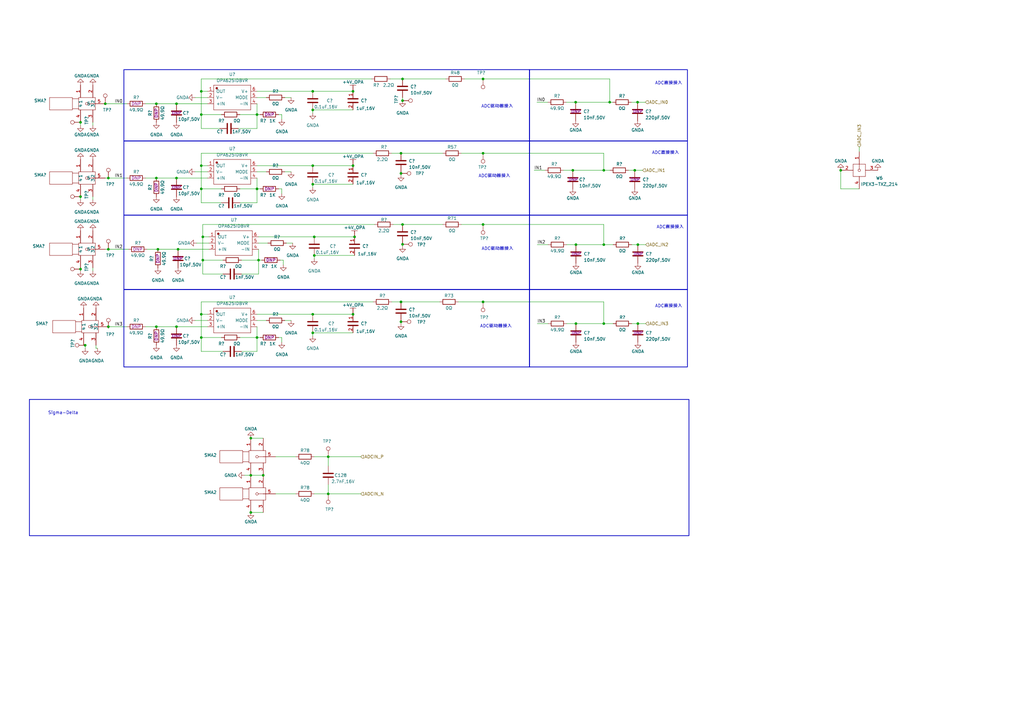
<source format=kicad_sch>
(kicad_sch (version 20230121) (generator eeschema)
  (paper "A3")
  (title_block (title "HPM6P00EVKRevB") (date "2024-10-13") (rev "RevB") (comment 1 "ADC"))
  (junction (at 234.95 69.85))
  (junction (at 72.39 42.545))
  (junction (at 128.27 136.525))
  (junction (at 44.45 102.235))
  (junction (at 33.02 50.165))
  (junction (at 33.02 80.645))
  (junction (at 164.465 71.12))
  (junction (at 102.87 210.185))
  (junction (at 134.62 202.565))
  (junction (at 164.465 131.953))
  (junction (at 82.55 37.465))
  (junction (at 128.905 97.155))
  (junction (at 164.465 62.865))
  (junction (at 165.1 41.275))
  (junction (at 128.27 45.085))
  (junction (at 82.55 128.905))
  (junction (at 250.063 41.91))
  (junction (at 83.185 97.155))
  (junction (at 64.77 102.235))
  (junction (at 144.78 128.905))
  (junction (at 105.41 138.43))
  (junction (at 105.41 46.99))
  (junction (at 82.55 77.47))
  (junction (at 128.905 104.775))
  (junction (at 165.1 100.203))
  (junction (at 198.12 62.865))
  (junction (at 64.135 133.985))
  (junction (at 198.12 123.825))
  (junction (at 64.135 42.545))
  (junction (at 33.02 110.363))
  (junction (at 128.27 67.945))
  (junction (at 72.39 73.025))
  (junction (at 134.62 187.325))
  (junction (at 83.185 106.68))
  (junction (at 44.45 73.025))
  (junction (at 236.093 41.91))
  (junction (at 105.41 77.47))
  (junction (at 82.55 67.945))
  (junction (at 247.65 69.85))
  (junction (at 82.55 46.99))
  (junction (at 144.78 37.465))
  (junction (at 260.35 69.85))
  (junction (at 236.22 132.715))
  (junction (at 128.27 128.905))
  (junction (at 164.465 123.825))
  (junction (at 344.805 69.85))
  (junction (at 144.78 67.945))
  (junction (at 261.62 132.715))
  (junction (at 102.87 179.705))
  (junction (at 165.1 92.075))
  (junction (at 73.025 102.235))
  (junction (at 198.12 92.075))
  (junction (at 106.045 106.68))
  (junction (at 82.55 138.43))
  (junction (at 107.95 194.945))
  (junction (at 236.22 100.33))
  (junction (at 128.27 75.565))
  (junction (at 247.65 100.33))
  (junction (at 261.62 100.33))
  (junction (at 72.39 133.985))
  (junction (at 64.135 73.025))
  (junction (at 247.65 132.715))
  (junction (at 102.87 194.945))
  (junction (at 198.12 32.385))
  (junction (at 44.45 133.985))
  (junction (at 128.27 37.465))
  (junction (at 34.925 141.605))
  (junction (at 145.415 97.155))
  (junction (at 165.1 32.385))
  (junction (at 261.493 41.91))
  (junction (at 43.18 42.545))
  (wire (pts (xy 105.41 46.99) (xy 105.41 52.705)))
  (wire (pts (xy 99.06 112.395) (xy 106.045 112.395)))
  (wire (pts (xy 261.493 41.91) (xy 264.668 41.91)))
  (wire (pts (xy 164.465 71.755) (xy 164.465 71.12)))
  (wire (pts (xy 80.01 70.485) (xy 85.09 70.485)))
  (wire (pts (xy 90.805 46.99) (xy 82.55 46.99)))
  (wire (pts (xy 128.905 202.565) (xy 134.62 202.565)))
  (wire (pts (xy 98.425 138.43) (xy 105.41 138.43)))
  (wire (pts (xy 189.23 62.865) (xy 198.12 62.865)))
  (wire (pts (xy 82.55 128.905) (xy 85.09 128.905)))
  (wire (pts (xy 82.55 62.865) (xy 153.035 62.865)))
  (wire (pts (xy 219.075 69.85) (xy 223.52 69.85)))
  (wire (pts (xy 72.39 42.545) (xy 85.09 42.545)))
  (wire (pts (xy 99.06 144.145) (xy 105.41 144.145)))
  (wire (pts (xy 105.41 77.47) (xy 105.41 83.185)))
  (wire (pts (xy 39.37 142.875) (xy 40.005 142.875)))
  (wire (pts (xy 98.425 46.99) (xy 105.41 46.99)))
  (wire (pts (xy 73.025 102.235) (xy 85.725 102.235)))
  (wire (pts (xy 144.78 67.945) (xy 128.27 67.945)))
  (wire (pts (xy 34.29 141.605) (xy 34.925 141.605)))
  (wire (pts (xy 82.55 123.825) (xy 82.55 128.905)))
  (wire (pts (xy 80.645 99.695) (xy 85.725 99.695)))
  (wire (pts (xy 91.44 106.68) (xy 83.185 106.68)))
  (wire (pts (xy 59.69 73.025) (xy 64.135 73.025)))
  (wire (pts (xy 257.81 69.85) (xy 260.35 69.85)))
  (wire (pts (xy 39.37 142.875) (xy 39.37 141.605)))
  (wire (pts (xy 97.79 52.705) (xy 105.41 52.705)))
  (wire (pts (xy 106.045 106.68) (xy 106.045 112.395)))
  (wire (pts (xy 161.29 92.075) (xy 165.1 92.075)))
  (wire (pts (xy 134.62 187.325) (xy 147.955 187.325)))
  (wire (pts (xy 247.65 132.715) (xy 251.46 132.715)))
  (wire (pts (xy 236.093 41.91) (xy 250.063 41.91)))
  (wire (pts (xy 72.39 133.985) (xy 85.09 133.985)))
  (wire (pts (xy 82.55 37.465) (xy 85.09 37.465)))
  (wire (pts (xy 38.1 111.125) (xy 38.1 109.855)))
  (wire (pts (xy 352.425 60.325) (xy 352.425 62.23)))
  (wire (pts (xy 106.045 106.68) (xy 107.315 106.68)))
  (wire (pts (xy 120.015 99.695) (xy 117.475 99.695)))
  (wire (pts (xy 113.03 187.325) (xy 121.285 187.325)))
  (wire (pts (xy 43.18 73.025) (xy 44.45 73.025)))
  (wire (pts (xy 189.23 92.075) (xy 198.12 92.075)))
  (wire (pts (xy 164.465 62.865) (xy 181.61 62.865)))
  (wire (pts (xy 115.57 46.99) (xy 114.3 46.99)))
  (wire (pts (xy 109.22 131.445) (xy 105.41 131.445)))
  (wire (pts (xy 82.55 67.945) (xy 85.09 67.945)))
  (wire (pts (xy 250.063 32.385) (xy 250.063 41.91)))
  (wire (pts (xy 231.14 69.85) (xy 234.95 69.85)))
  (wire (pts (xy 44.45 102.235) (xy 52.705 102.235)))
  (wire (pts (xy 34.925 141.605) (xy 34.925 142.875)))
  (wire (pts (xy 72.39 133.985) (xy 64.135 133.985)))
  (wire (pts (xy 83.185 106.68) (xy 83.185 97.155)))
  (wire (pts (xy 128.27 37.465) (xy 105.41 37.465)))
  (wire (pts (xy 113.03 202.565) (xy 121.285 202.565)))
  (wire (pts (xy 59.69 133.985) (xy 64.135 133.985)))
  (wire (pts (xy 144.78 128.905) (xy 128.27 128.905)))
  (wire (pts (xy 190.5 32.385) (xy 198.12 32.385)))
  (wire (pts (xy 102.87 194.945) (xy 107.95 194.945)))
  (wire (pts (xy 115.57 77.47) (xy 115.57 79.375)))
  (wire (pts (xy 44.45 133.985) (xy 52.07 133.985)))
  (wire (pts (xy 247.65 69.85) (xy 250.19 69.85)))
  (wire (pts (xy 116.205 106.68) (xy 116.205 108.585)))
  (wire (pts (xy 260.35 69.85) (xy 263.525 69.85)))
  (wire (pts (xy 105.41 133.985) (xy 105.41 138.43)))
  (wire (pts (xy 236.22 132.715) (xy 247.65 132.715)))
  (wire (pts (xy 98.425 77.47) (xy 105.41 77.47)))
  (wire (pts (xy 134.62 198.755) (xy 134.62 202.565)))
  (wire (pts (xy 44.45 73.025) (xy 52.07 73.025)))
  (wire (pts (xy 247.65 92.075) (xy 247.65 100.33)))
  (wire (pts (xy 109.22 40.005) (xy 105.41 40.005)))
  (wire (pts (xy 128.27 75.565) (xy 144.78 75.565)))
  (wire (pts (xy 145.415 97.155) (xy 128.905 97.155)))
  (wire (pts (xy 105.41 138.43) (xy 105.41 144.145)))
  (wire (pts (xy 33.02 51.435) (xy 33.02 50.165)))
  (wire (pts (xy 115.57 77.47) (xy 114.3 77.47)))
  (wire (pts (xy 261.62 132.715) (xy 264.795 132.715)))
  (wire (pts (xy 38.1 81.915) (xy 38.1 80.645)))
  (wire (pts (xy 187.96 123.825) (xy 198.12 123.825)))
  (wire (pts (xy 119.38 40.005) (xy 116.84 40.005)))
  (wire (pts (xy 232.41 100.33) (xy 236.22 100.33)))
  (wire (pts (xy 128.905 187.325) (xy 134.62 187.325)))
  (wire (pts (xy 72.39 42.545) (xy 64.135 42.545)))
  (wire (pts (xy 82.55 62.865) (xy 82.55 67.945)))
  (wire (pts (xy 165.1 100.965) (xy 165.1 100.203)))
  (wire (pts (xy 128.27 136.525) (xy 144.78 136.525)))
  (wire (pts (xy 82.55 138.43) (xy 82.55 144.145)))
  (wire (pts (xy 82.55 77.47) (xy 82.55 67.945)))
  (wire (pts (xy 198.12 32.385) (xy 250.063 32.385)))
  (wire (pts (xy 352.425 77.47) (xy 344.805 77.47)))
  (wire (pts (xy 264.795 100.33) (xy 261.62 100.33)))
  (wire (pts (xy 261.62 100.33) (xy 259.08 100.33)))
  (wire (pts (xy 105.41 42.545) (xy 105.41 46.99)))
  (wire (pts (xy 134.62 202.565) (xy 147.955 202.565)))
  (wire (pts (xy 144.78 37.465) (xy 128.27 37.465)))
  (wire (pts (xy 72.39 73.025) (xy 85.09 73.025)))
  (wire (pts (xy 82.55 77.47) (xy 82.55 83.185)))
  (wire (pts (xy 164.465 132.715) (xy 164.465 131.953)))
  (wire (pts (xy 109.22 70.485) (xy 105.41 70.485)))
  (wire (pts (xy 83.185 92.075) (xy 153.67 92.075)))
  (wire (pts (xy 43.18 102.235) (xy 44.45 102.235)))
  (wire (pts (xy 250.063 41.91) (xy 251.333 41.91)))
  (wire (pts (xy 82.55 138.43) (xy 82.55 128.905)))
  (wire (pts (xy 236.22 100.33) (xy 247.65 100.33)))
  (wire (pts (xy 220.218 41.91) (xy 224.663 41.91)))
  (wire (pts (xy 33.02 111.125) (xy 33.02 110.363)))
  (wire (pts (xy 234.95 69.85) (xy 247.65 69.85)))
  (wire (pts (xy 105.41 77.47) (xy 106.68 77.47)))
  (wire (pts (xy 91.44 112.395) (xy 83.185 112.395)))
  (wire (pts (xy 82.55 123.825) (xy 153.035 123.825)))
  (wire (pts (xy 100.33 194.945) (xy 102.87 194.945)))
  (wire (pts (xy 220.345 132.715) (xy 224.79 132.715)))
  (wire (pts (xy 182.88 32.385) (xy 165.1 32.385)))
  (wire (pts (xy 165.1 92.075) (xy 181.61 92.075)))
  (wire (pts (xy 82.55 32.385) (xy 82.55 37.465)))
  (wire (pts (xy 109.855 99.695) (xy 106.045 99.695)))
  (wire (pts (xy 164.465 71.12) (xy 164.465 70.485)))
  (wire (pts (xy 59.69 42.545) (xy 64.135 42.545)))
  (wire (pts (xy 83.185 97.155) (xy 85.725 97.155)))
  (wire (pts (xy 105.41 73.025) (xy 105.41 77.47)))
  (wire (pts (xy 33.02 81.915) (xy 33.02 80.645)))
  (wire (pts (xy 80.01 131.445) (xy 85.09 131.445)))
  (wire (pts (xy 90.17 52.705) (xy 82.55 52.705)))
  (wire (pts (xy 82.55 46.99) (xy 82.55 37.465)))
  (wire (pts (xy 247.65 100.33) (xy 251.46 100.33)))
  (wire (pts (xy 38.1 51.435) (xy 38.1 50.165)))
  (wire (pts (xy 134.62 191.135) (xy 134.62 187.325)))
  (wire (pts (xy 259.08 132.715) (xy 261.62 132.715)))
  (wire (pts (xy 198.12 123.825) (xy 247.65 123.825)))
  (wire (pts (xy 247.65 62.865) (xy 247.65 69.85)))
  (wire (pts (xy 72.39 73.025) (xy 64.135 73.025)))
  (wire (pts (xy 83.185 106.68) (xy 83.185 112.395)))
  (wire (pts (xy 344.805 77.47) (xy 344.805 69.85)))
  (wire (pts (xy 106.045 102.235) (xy 106.045 106.68)))
  (wire (pts (xy 128.27 45.085) (xy 144.78 45.085)))
  (wire (pts (xy 102.87 179.705) (xy 107.95 179.705)))
  (wire (pts (xy 116.205 106.68) (xy 114.935 106.68)))
  (wire (pts (xy 90.805 77.47) (xy 82.55 77.47)))
  (wire (pts (xy 115.57 46.99) (xy 115.57 48.895)))
  (wire (pts (xy 98.425 83.185) (xy 105.41 83.185)))
  (wire (pts (xy 99.06 106.68) (xy 106.045 106.68)))
  (wire (pts (xy 164.465 123.825) (xy 180.34 123.825)))
  (wire (pts (xy 232.41 132.715) (xy 236.22 132.715)))
  (wire (pts (xy 160.655 62.865) (xy 164.465 62.865)))
  (wire (pts (xy 160.02 32.385) (xy 165.1 32.385)))
  (wire (pts (xy 220.345 100.33) (xy 224.79 100.33)))
  (wire (pts (xy 90.805 83.185) (xy 82.55 83.185)))
  (wire (pts (xy 73.025 102.235) (xy 64.77 102.235)))
  (wire (pts (xy 128.27 76.835) (xy 128.27 75.565)))
  (wire (pts (xy 80.01 40.005) (xy 85.09 40.005)))
  (wire (pts (xy 102.87 210.185) (xy 107.95 210.185)))
  (wire (pts (xy 60.325 102.235) (xy 64.77 102.235)))
  (wire (pts (xy 128.905 104.775) (xy 145.415 104.775)))
  (wire (pts (xy 119.38 131.445) (xy 116.84 131.445)))
  (wire (pts (xy 128.27 137.795) (xy 128.27 136.525)))
  (wire (pts (xy 44.45 133.985) (xy 44.45 134.62)))
  (wire (pts (xy 232.283 41.91) (xy 236.093 41.91)))
  (wire (pts (xy 115.57 138.43) (xy 115.57 140.335)))
  (wire (pts (xy 105.41 46.99) (xy 106.68 46.99)))
  (wire (pts (xy 82.55 32.385) (xy 152.4 32.385)))
  (wire (pts (xy 128.27 46.355) (xy 128.27 45.085)))
  (wire (pts (xy 247.65 123.825) (xy 247.65 132.715)))
  (wire (pts (xy 105.41 138.43) (xy 106.68 138.43)))
  (wire (pts (xy 160.655 123.825) (xy 164.465 123.825)))
  (wire (pts (xy 198.12 92.075) (xy 247.65 92.075)))
  (wire (pts (xy 165.1 41.275) (xy 165.1 40.005)))
  (wire (pts (xy 128.905 106.045) (xy 128.905 104.775)))
  (wire (pts (xy 165.1 100.203) (xy 165.1 99.695)))
  (wire (pts (xy 128.27 128.905) (xy 105.41 128.905)))
  (wire (pts (xy 115.57 138.43) (xy 114.3 138.43)))
  (wire (pts (xy 198.12 62.865) (xy 247.65 62.865)))
  (wire (pts (xy 119.38 70.485) (xy 116.84 70.485)))
  (wire (pts (xy 83.185 92.075) (xy 83.185 97.155)))
  (wire (pts (xy 82.55 46.99) (xy 82.55 52.705)))
  (wire (pts (xy 258.953 41.91) (xy 261.493 41.91)))
  (wire (pts (xy 43.18 42.545) (xy 52.07 42.545)))
  (wire (pts (xy 90.805 138.43) (xy 82.55 138.43)))
  (wire (pts (xy 82.55 144.145) (xy 91.44 144.145)))
  (wire (pts (xy 33.02 110.363) (xy 33.02 109.855)))
  (wire (pts (xy 128.905 97.155) (xy 106.045 97.155)))
  (wire (pts (xy 128.27 67.945) (xy 105.41 67.945)))
  (wire (pts (xy 164.465 131.953) (xy 164.465 131.445)))
  (rectangle (start 50.8 57.785) (end 217.17 88.265) (stroke (width 0.3)))
  (rectangle (start 50.8 118.745) (end 217.17 150.495) (stroke (width 0.3)))
  (rectangle (start 12.065 163.83) (end 282.575 219.71) (stroke (width 0.3)))
  (rectangle (start 217.17 57.785) (end 281.94 88.265) (stroke (width 0.3)))
  (rectangle (start 50.8 28.575) (end 217.17 57.785) (stroke (width 0.3)))
  (rectangle (start 217.17 118.745) (end 281.94 150.495) (stroke (width 0.3)))
  (rectangle (start 217.17 28.575) (end 281.94 57.785) (stroke (width 0.3)))
  (rectangle (start 50.8 88.265) (end 217.17 118.745) (stroke (width 0.3)))
  (rectangle (start 217.17 88.265) (end 281.94 118.745) (stroke (width 0.3)))
  (text "ADC驱动器接入" (at 197.485 102.87 0) (effects (font (size 1.27 1.27)) (justify left bottom)))
  (text "Sigma-Delta" (at 19.685 170.18 0) (effects (font (size 1.27 1.27)) (justify left bottom)))
  (text "ADC直接接入" (at 269.24 93.98 0) (effects (font (size 1.27 1.27)) (justify left bottom)))
  (text "ADC驱动器接入" (at 197.358 44.45 0) (effects (font (size 1.27 1.27)) (justify left bottom)))
  (text "ADC直接接入" (at 268.605 126.365 0) (effects (font (size 1.27 1.27)) (justify left bottom)))
  (text "ADC驱动器接入" (at 196.85 134.62 0) (effects (font (size 1.27 1.27)) (justify left bottom)))
  (text "ADC直接接入" (at 267.335 63.5 0) (effects (font (size 1.27 1.27)) (justify left bottom)))
  (text "ADC直接接入" (at 268.605 34.925 0) (effects (font (size 1.27 1.27)) (justify left bottom)))
  (text "ADC驱动器接入" (at 196.215 73.025 0) (effects (font (size 1.27 1.27)) (justify left bottom)))
  (label "IN3" (at 46.99 133.985 0))
  (label "IN2" (at 46.99 102.235 0))
  (label "IN0" (at 220.218 41.91 0))
  (label "IN0" (at 46.99 42.545 0))
  (label "IN1" (at 219.075 69.85 0))
  (label "IN3" (at 220.345 132.715 0))
  (label "IN1" (at 46.99 73.025 0))
  (label "IN2" (at 220.345 100.33 0))
  (hierarchical_label "ADCIN_P" (shape input) (at 147.955 187.325 0))
  (hierarchical_label "ADCIN_N" (shape input) (at 147.955 202.565 0))
  (hierarchical_label "ADC_IN3" (shape input) (at 264.795 132.715 0))
  (hierarchical_label "ADC_IN1" (shape input) (at 263.525 69.85 0))
  (hierarchical_label "ADC_IN0" (shape input) (at 264.668 41.91 0))
  (hierarchical_label "ADC_IN2" (shape input) (at 264.795 100.33 0))
  (hierarchical_label "ADC_IN3" (shape input) (at 352.425 60.325 90))
  (symbol (lib_id "00_HPM_power:GNDA") (at 64.77 109.855 0) (unit 1)
    (property "Reference" "#PWR?" (effects hide))
    (property "Value" "GNDA" (at 64.77 114.935 0))
    (instances (project "HPM62_63_144_ADC_EVK_RevC" (path "" (reference "#PWR?") (unit 1)) (path "" (reference "#PWR?") (unit 1)) (path "" (reference "#PWR?") (unit 1))) (project "HPM600ADCEVKRevB" (path "" (reference "#PWR0178") (unit 1))))
  )
  (symbol (lib_id "01-HPM-Peripheral:TestPoint-1mm") (at 198.12 62.865 180) (unit 1)
    (property "Reference" "TP?" (at 196.088 68.58 0) (effects (justify right)))
    (property "Value" "PF14" (effects hide))
    (property "Footprint" "01_HPM_Peripheral:TestPoint_Pad_D1.0mm" (effects hide))
    (property "Digi-Key_PN" "36-5002-ND" (effects hide))
    (property "MPN" "5002" (effects hide))
    (property "Category" "Test and Measurement" (effects hide))
    (property "Family" "Test Points" (effects hide))
    (property "DK_Datasheet_Link" "http://www.keyelco.com/product-pdf.cfm?p=1311" (effects hide))
    (property "DK_Detail_Page" "/product-detail/en/keystone-electronics/5002/36-5002-ND/255328" (effects hide))
    (property "Description" "PC TEST POINT MINIATURE WHITE" (effects hide))
    (property "Manufacturer" "Keystone Electronics" (effects hide))
    (property "Status" "Active" (effects hide))
    (instances (project "HPM62_63_144_ADC_EVK_RevC" (path "" (reference "TP?") (unit 1))) (project "HPM600ADCEVKRevB" (path "" (reference "TP19") (unit 1))))
  )
  (symbol (lib_id "03_HPM_Capacitance:1nF,50V_0402") (at 95.25 112.395 90) (unit 1)
    (property "Reference" "C?" (at 91.44 113.665 90))
    (property "Value" "1nF,50V" (at 100.33 113.665 90))
    (property "Footprint" "03_HPM_Capacitance:C_0402_1005Metric" (effects hide))
    (property "Model" "CL05B102KB5NNNC" (effects hide))
    (property "Company" "SAMSUNG(三星)" (effects hide))
    (instances (project "HPM62_63_144_ADC_EVK_RevC" (path "" (reference "C?") (unit 1))) (project "HPM600ADCEVKRevB" (path "" (reference "C118") (unit 1))))
  )
  (symbol (lib_id "03_HPM_Capacitance:1uF,16V_0402") (at 145.415 101.6 0) (unit 1)
    (property "Reference" "C?" (at 148.59 100.965 0) (effects (justify left)))
    (property "Value" "1uF,16V" (at 146.685 104.14 0) (effects (justify left)))
    (property "Footprint" "03_HPM_Capacitance:C_0402_1005Metric" (effects hide))
    (property "Model" " CL05A105KO5NNNC" (effects hide))
    (property "Company" " SAMSUNG(三星) " (effects hide))
    (instances (project "HPM62_63_144_ADC_EVK_RevC" (path "" (reference "C?") (unit 1))) (project "HPM600ADCEVKRevB" (path "" (reference "C120") (unit 1))))
  )
  (symbol (lib_id "00_HPM_power:GNDA") (at 33.02 111.125 0) (unit 1)
    (property "Reference" "#PWR?" (effects hide))
    (property "Value" "GNDA" (at 33.02 116.205 0))
    (instances (project "HPM62_63_144_ADC_EVK_RevC" (path "" (reference "#PWR?") (unit 1)) (path "" (reference "#PWR?") (unit 1)) (path "" (reference "#PWR?") (unit 1))) (project "HPM600ADCEVKRevB" (path "" (reference "#PWR0165") (unit 1))))
  )
  (symbol (lib_id "00_HPM_power:+4V_OPA") (at 144.78 67.945 0) (unit 1) (in_bom no) (on_board no)
    (property "Reference" "#PWR?" (effects hide))
    (property "Value" "+4V_OPA" (at 144.78 64.135 0))
    (instances (project "HPM62_63_144_ADC_EVK_RevC" (path "" (reference "#PWR?") (unit 1)) (path "" (reference "#PWR?") (unit 1))) (project "HPM600ADCEVKRevB" (path "" (reference "#PWR0201") (unit 1))))
  )
  (symbol (lib_id "00_HPM_power:GNDA") (at 234.95 77.47 0) (unit 1)
    (property "Reference" "#PWR?" (effects hide))
    (property "Value" "GNDA" (at 234.95 81.28 0))
    (instances (project "HPM62_63_144_ADC_EVK_RevC" (path "" (reference "#PWR?") (unit 1)) (path "" (reference "#PWR?") (unit 1)) (path "" (reference "#PWR?") (unit 1))) (project "HPM600ADCEVKRevB" (path "" (reference "#PWR0209") (unit 1))))
  )
  (symbol (lib_id "02_HPM_Resis:2.2Ω") (at 125.095 187.325 0) (unit 1)
    (property "Reference" "R78" (at 125.095 184.785 0))
    (property "Value" "40Ω" (at 125.095 189.865 0))
    (property "Footprint" "02_HPM_Resistor:R_0402_1005Metric" (effects hide))
    (instances (project "HPM6750_ADC_EVK_RevA" (path "" (reference "R78") (unit 1))) (project "HPM600ADCEVKRevB" (path "" (reference "R120") (unit 1))))
  )
  (symbol (lib_id "00_HPM_power:GNDA") (at 80.01 131.445 270) (unit 1)
    (property "Reference" "#PWR?" (effects hide))
    (property "Value" "GNDA" (at 77.47 131.445 90) (effects (justify right)))
    (instances (project "HPM62_63_144_ADC_EVK_RevC" (path "" (reference "#PWR?") (unit 1)) (path "" (reference "#PWR?") (unit 1)) (path "" (reference "#PWR?") (unit 1))) (project "HPM600ADCEVKRevB" (path "" (reference "#PWR0187") (unit 1))))
  )
  (symbol (lib_id "02_HPM_Resistor:1K_0402") (at 94.615 138.43 0) (unit 1)
    (property "Reference" "R?" (at 90.805 140.97 0))
    (property "Value" "0Ω" (at 97.155 140.97 0))
    (property "Footprint" "02_HPM_Resistor:R_0402_1005Metric" (effects hide))
    (property "Model" "0402WGF1001TCE" (effects hide))
    (property "Company" "UNI-ROYAL(厚声)" (effects hide))
    (instances (project "HPM62_63_144_ADC_EVK_RevC" (path "" (reference "R?") (unit 1))) (project "HPM600ADCEVKRevB" (path "" (reference "R97") (unit 1))))
  )
  (symbol (lib_id "01-HPM-Peripheral:TestPoint-1mm") (at 44.45 134.62 0) (unit 1)
    (property "Reference" "TP?" (at 46.99 137.16 0) (effects (justify right)))
    (property "Value" "S" (effects hide))
    (property "Footprint" "TestPoint:TestPoint_Pad_D1.0mm" (effects hide))
    (property "Digi-Key_PN" "36-5002-ND" (effects hide))
    (property "MPN" "5002" (effects hide))
    (property "Category" "Test and Measurement" (effects hide))
    (property "Family" "Test Points" (effects hide))
    (property "DK_Datasheet_Link" "http://www.keyelco.com/product-pdf.cfm?p=1311" (effects hide))
    (property "DK_Detail_Page" "/product-detail/en/keystone-electronics/5002/36-5002-ND/255328" (effects hide))
    (property "Description" "PC TEST POINT MINIATURE WHITE" (effects hide))
    (property "Manufacturer" "Keystone Electronics" (effects hide))
    (property "Status" "Active" (effects hide))
    (instances (project "HPM62_63_144_ADC_EVK_RevC" (path "" (reference "TP?") (unit 1))) (project "HPM600ADCEVKRevB" (path "" (reference "TP25") (unit 1))))
  )
  (symbol (lib_id "01-HPM-Peripheral:TestPoint-1mm") (at 33.02 80.645 90) (unit 1)
    (property "Reference" "TP?" (at 35.56 78.105 0) (effects (justify right)))
    (property "Value" "G" (effects hide))
    (property "Footprint" "TestPoint:TestPoint_Pad_D1.0mm" (effects hide))
    (property "Digi-Key_PN" "36-5002-ND" (effects hide))
    (property "MPN" "5002" (effects hide))
    (property "Category" "Test and Measurement" (effects hide))
    (property "Family" "Test Points" (effects hide))
    (property "DK_Datasheet_Link" "http://www.keyelco.com/product-pdf.cfm?p=1311" (effects hide))
    (property "DK_Detail_Page" "/product-detail/en/keystone-electronics/5002/36-5002-ND/255328" (effects hide))
    (property "Description" "PC TEST POINT MINIATURE WHITE" (effects hide))
    (property "Manufacturer" "Keystone Electronics" (effects hide))
    (property "Status" "Active" (effects hide))
    (instances (project "HPM62_63_144_ADC_EVK_RevC" (path "" (reference "TP?") (unit 1))) (project "HPM600ADCEVKRevB" (path "" (reference "TP16") (unit 1))))
  )
  (symbol (lib_id "01-HPM-Peripheral:TestPoint-1mm") (at 198.12 92.075 180) (unit 1)
    (property "Reference" "TP?" (at 196.85 97.79 0) (effects (justify right)))
    (property "Value" "PF17" (effects hide))
    (property "Footprint" "01_HPM_Peripheral:TestPoint_Pad_D1.0mm" (effects hide))
    (property "Digi-Key_PN" "36-5002-ND" (effects hide))
    (property "MPN" "5002" (effects hide))
    (property "Category" "Test and Measurement" (effects hide))
    (property "Family" "Test Points" (effects hide))
    (property "DK_Datasheet_Link" "http://www.keyelco.com/product-pdf.cfm?p=1311" (effects hide))
    (property "DK_Detail_Page" "/product-detail/en/keystone-electronics/5002/36-5002-ND/255328" (effects hide))
    (property "Description" "PC TEST POINT MINIATURE WHITE" (effects hide))
    (property "Manufacturer" "Keystone Electronics" (effects hide))
    (property "Status" "Active" (effects hide))
    (instances (project "HPM62_63_144_ADC_EVK_RevC" (path "" (reference "TP?") (unit 1))) (project "HPM600ADCEVKRevB" (path "" (reference "TP23") (unit 1))))
  )
  (symbol (lib_id "kicad_lceda:SMA_C9900018296") (at 101.6 202.565 0) (unit 1)
    (property "Reference" "SMA2" (at 88.9 201.93 0) (effects (justify right)))
    (property "Value" "SMA_C9900018296" (effects hide))
    (property "Footprint" "kicad_lceda:SMA-SMD_BWSMA-KE-P001" (effects hide))
    (property "SuppliersPartNumber" "C9900018296" (effects hide))
    (property "uuid" "std:54ec4f79ad824cb2bdc504487557a48c" (effects hide))
    (instances (project "HPM6750_ADC_EVK_RevA" (path "" (reference "SMA2") (unit 1))) (project "HPM600ADCEVKRevB" (path "" (reference "SMA6") (unit 1))))
  )
  (symbol (lib_id "00_HPM_power:GNDA") (at 119.38 40.005 0) (unit 1)
    (property "Reference" "#PWR?" (effects hide))
    (property "Value" "GNDA" (at 119.38 45.085 0))
    (instances (project "HPM62_63_144_ADC_EVK_RevC" (path "" (reference "#PWR?") (unit 1)) (path "" (reference "#PWR?") (unit 1)) (path "" (reference "#PWR?") (unit 1))) (project "HPM600ADCEVKRevB" (path "" (reference "#PWR0192") (unit 1))))
  )
  (symbol (lib_id "03_HPM_Capacitance:10nF,50V_0402") (at 164.465 66.675 0) (unit 1)
    (property "Reference" "C?" (at 167.64 66.04 0) (effects (justify left)))
    (property "Value" "10nF,50V" (at 167.64 68.58 0) (effects (justify left)))
    (property "Footprint" "03_HPM_Capacitance:C_0402_1005Metric" (effects hide))
    (property "Model" " CL05B103KB5NNNC" (effects hide))
    (property "Company" "SAMSUNG(三星)" (effects hide))
    (instances (project "HPM62_63_144_ADC_EVK_RevC" (path "" (reference "C?") (unit 1))) (project "HPM600ADCEVKRevB" (path "" (reference "C115") (unit 1))))
  )
  (symbol (lib_id "03_HPM_Capacitance:10nF,50V_0402") (at 261.493 45.72 0) (unit 1)
    (property "Reference" "C?" (at 264.668 45.72 0) (effects (justify left)))
    (property "Value" "220pF,50V" (at 264.668 48.26 0) (effects (justify left)))
    (property "Footprint" "03_HPM_Capacitance:C_0402_1005Metric" (effects hide))
    (property "DNP" "DNP" (at 259.588 45.72 0) (effects (justify left)))
    (property "Model" " CL05B103KB5NNNC" (effects hide))
    (property "Company" "SAMSUNG(三星)" (effects hide))
    (instances (project "HPM62_63_144_ADC_EVK_RevC" (path "" (reference "C?") (unit 1))) (project "HPM600ADCEVKRevB" (path "" (reference "C107") (unit 1))))
  )
  (symbol (lib_id "15_HPM_Libing:OPA625IDBVR") (at 95.25 131.445 0) (unit 1)
    (property "Reference" "U?" (at 95.25 121.92 0))
    (property "Value" "OPA625IDBVR" (at 95.25 124.46 0))
    (property "Footprint" "kicad_lceda:SOT-23-6_L2.9-W1.6-P0.95-LS2.8-BR" (effects hide))
    (property "SuppliersPartNumber" "C495362" (effects hide))
    (property "uuid" "std:90e4ce1759de412d9bf8c9107a5f1053" (effects hide))
    (property "Model" "OPA625IDBVR" (effects hide))
    (property "Company" " TI(德州仪器)" (effects hide))
    (instances (project "HPM62_63_144_ADC_EVK_RevC" (path "" (reference "U?") (unit 1))) (project "HPM600ADCEVKRevB" (path "" (reference "U20") (unit 1))))
  )
  (symbol (lib_id "00_HPM_power:GNDA") (at 64.135 80.645 0) (unit 1)
    (property "Reference" "#PWR?" (effects hide))
    (property "Value" "GNDA" (at 64.135 85.725 0))
    (instances (project "HPM62_63_144_ADC_EVK_RevC" (path "" (reference "#PWR?") (unit 1)) (path "" (reference "#PWR?") (unit 1)) (path "" (reference "#PWR?") (unit 1))) (project "HPM600ADCEVKRevB" (path "" (reference "#PWR0177") (unit 1))))
  )
  (symbol (lib_id "02_HPM_Resistor:1K_0402") (at 110.49 138.43 0) (unit 1)
    (property "Reference" "R?" (at 107.95 140.97 0))
    (property "Value" "1K" (at 111.76 140.97 0))
    (property "Footprint" "02_HPM_Resistor:R_0402_1005Metric" (effects hide))
    (property "DNP" "DNP" (at 110.49 138.43 0))
    (property "Model" "0402WGF1001TCE" (effects hide))
    (property "Company" "UNI-ROYAL(厚声)" (effects hide))
    (instances (project "HPM62_63_144_ADC_EVK_RevC" (path "" (reference "R?") (unit 1))) (project "HPM600ADCEVKRevB" (path "" (reference "R98") (unit 1))))
  )
  (symbol (lib_id "02_HPM_Resistor:2.2Ω_0402") (at 156.845 62.865 0) (unit 1)
    (property "Reference" "R?" (at 157.48 60.325 0))
    (property "Value" "2.2Ω" (at 156.845 65.405 0))
    (property "Footprint" "02_HPM_Resistor:R_0402_1005Metric" (effects hide))
    (property "Model" " 0402WGF220KTCE" (effects hide))
    (property "Company" " UNI-ROYAL(厚声) " (effects hide))
    (instances (project "HPM62_63_144_ADC_EVK_RevC" (path "" (reference "R?") (unit 1))) (project "HPM600ADCEVKRevB" (path "" (reference "R79") (unit 1))))
  )
  (symbol (lib_id "00_HPM_power:GNDA") (at 236.22 140.335 0) (unit 1)
    (property "Reference" "#PWR?" (effects hide))
    (property "Value" "GNDA" (at 236.22 144.145 0))
    (instances (project "HPM62_63_144_ADC_EVK_RevC" (path "" (reference "#PWR?") (unit 1)) (path "" (reference "#PWR?") (unit 1)) (path "" (reference "#PWR?") (unit 1))) (project "HPM600ADCEVKRevB" (path "" (reference "#PWR0211") (unit 1))))
  )
  (symbol (lib_id "02_HPM_Resistor:49.9Ω_0402") (at 55.88 42.545 0) (unit 1)
    (property "Reference" "R?" (at 55.88 40.005 0))
    (property "Value" "49.9Ω" (at 55.88 45.085 0))
    (property "Footprint" "02_HPM_Resistor:R_0402_1005Metric" (effects hide))
    (property "DNP" "DNP" (at 55.88 42.545 0))
    (property "Model" " 0402WGF499JTCE" (effects hide))
    (property "Company" " UNI-ROYAL(厚声) " (effects hide))
    (instances (project "HPM62_63_144_ADC_EVK_RevC" (path "" (reference "R?") (unit 1))) (project "HPM600ADCEVKRevB" (path "" (reference "R62") (unit 1))))
  )
  (symbol (lib_id "02_HPM_Resistor:2.2Ω_0402") (at 255.143 41.91 0) (unit 1)
    (property "Reference" "R?" (at 255.143 39.37 0))
    (property "Value" "0Ω" (at 255.143 44.45 0))
    (property "Footprint" "02_HPM_Resistor:R_0402_1005Metric" (effects hide))
    (property "Model" " 0402WGF220KTCE" (effects hide))
    (property "Company" " UNI-ROYAL(厚声) " (effects hide))
    (instances (project "HPM62_63_144_ADC_EVK_RevC" (path "" (reference "R?") (unit 1))) (project "HPM600ADCEVKRevB" (path "" (reference "R66") (unit 1))))
  )
  (symbol (lib_id "03_HPM_Capacitance:10nF,50V_0402") (at 236.22 104.14 0) (unit 1)
    (property "Reference" "C?" (at 239.395 104.14 0) (effects (justify left)))
    (property "Value" "10nF,50V" (at 239.395 106.68 0) (effects (justify left)))
    (property "Footprint" "03_HPM_Capacitance:C_0402_1005Metric" (effects hide))
    (property "DNP" "DNP" (at 234.315 104.14 0) (effects (justify left)))
    (property "Model" " CL05B103KB5NNNC" (effects hide))
    (property "Company" "SAMSUNG(三星)" (effects hide))
    (instances (project "HPM62_63_144_ADC_EVK_RevC" (path "" (reference "C?") (unit 1))) (project "HPM600ADCEVKRevB" (path "" (reference "C122") (unit 1))))
  )
  (symbol (lib_id "01-HPM-Peripheral:TestPoint-1mm") (at 164.465 131.953 270) (unit 1)
    (property "Reference" "TP?" (at 174.625 132.08 90) (effects (justify right)))
    (property "Value" "AGND" (effects hide))
    (property "Footprint" "TestPoint:TestPoint_Pad_D1.0mm" (effects hide))
    (property "Digi-Key_PN" "36-5002-ND" (effects hide))
    (property "MPN" "5002" (effects hide))
    (property "Category" "Test and Measurement" (effects hide))
    (property "Family" "Test Points" (effects hide))
    (property "DK_Datasheet_Link" "http://www.keyelco.com/product-pdf.cfm?p=1311" (effects hide))
    (property "DK_Detail_Page" "/product-detail/en/keystone-electronics/5002/36-5002-ND/255328" (effects hide))
    (property "Description" "PC TEST POINT MINIATURE WHITE" (effects hide))
    (property "Manufacturer" "Keystone Electronics" (effects hide))
    (property "Status" "Active" (effects hide))
    (instances (project "HPM62_63_144_ADC_EVK_RevC" (path "" (reference "TP?") (unit 1))) (project "HPM600ADCEVKRevB" (path "" (reference "TP29") (unit 1))))
  )
  (symbol (lib_id "02_HPM_Resistor:2.2Ω_0402") (at 156.845 123.825 0) (unit 1)
    (property "Reference" "R?" (at 156.845 121.285 0))
    (property "Value" "2.2Ω" (at 156.845 126.365 0))
    (property "Footprint" "02_HPM_Resistor:R_0402_1005Metric" (effects hide))
    (property "Model" " 0402WGF220KTCE" (effects hide))
    (property "Company" " UNI-ROYAL(厚声) " (effects hide))
    (instances (project "HPM62_63_144_ADC_EVK_RevC" (path "" (reference "R?") (unit 1))) (project "HPM600ADCEVKRevB" (path "" (reference "R100") (unit 1))))
  )
  (symbol (lib_id "00_HPM_power:GNDA") (at 80.645 99.695 270) (unit 1)
    (property "Reference" "#PWR?" (effects hide))
    (property "Value" "GNDA" (at 78.105 99.695 90) (effects (justify right)))
    (instances (project "HPM62_63_144_ADC_EVK_RevC" (path "" (reference "#PWR?") (unit 1)) (path "" (reference "#PWR?") (unit 1)) (path "" (reference "#PWR?") (unit 1))) (project "HPM600ADCEVKRevB" (path "" (reference "#PWR0186") (unit 1))))
  )
  (symbol (lib_id "00_HPM_power:GNDA") (at 38.1 65.405 180) (unit 1)
    (property "Reference" "#PWR?" (effects hide))
    (property "Value" "GNDA" (at 38.1 61.595 0))
    (instances (project "HPM62_63_144_ADC_EVK_RevC" (path "" (reference "#PWR?") (unit 1)) (path "" (reference "#PWR?") (unit 1)) (path "" (reference "#PWR?") (unit 1))) (project "HPM600ADCEVKRevB" (path "" (reference "#PWR0170") (unit 1))))
  )
  (symbol (lib_id "03_HPM_Capacitance:0.1uF,16V_0402") (at 128.905 100.965 0) (mirror y) (unit 1)
    (property "Reference" "C?" (at 137.795 100.965 0) (effects (justify left)))
    (property "Value" "0.1uF,16V" (at 139.065 103.505 0) (effects (justify left)))
    (property "Footprint" "03_HPM_Capacitance:C_0402_1005Metric" (effects hide))
    (property "Model" "CL05B104KO5NNNC" (effects hide))
    (property "Company" "SAMSUNG(三星)" (effects hide))
    (instances (project "HPM62_63_144_ADC_EVK_RevC" (path "" (reference "C?") (unit 1)) (path "" (reference "C?") (unit 1))) (project "EVK_REVC" (path "" (reference "C?") (unit 1))) (project "HPM600ADCEVKRevB" (path "" (reference "C119") (unit 1))))
  )
  (symbol (lib_id "00_HPM_power:+4V_OPA") (at 144.78 37.465 0) (unit 1) (in_bom no) (on_board no)
    (property "Reference" "#PWR?" (effects hide))
    (property "Value" "+4V_OPA" (at 144.78 33.655 0))
    (instances (project "HPM62_63_144_ADC_EVK_RevC" (path "" (reference "#PWR?") (unit 1)) (path "" (reference "#PWR?") (unit 1))) (project "HPM600ADCEVKRevB" (path "" (reference "#PWR0200") (unit 1))))
  )
  (symbol (lib_id "01-HPM-Peripheral:TestPoint-1mm") (at 164.465 71.12 270) (unit 1)
    (property "Reference" "TP?" (at 173.99 71.12 90) (effects (justify right)))
    (property "Value" "AGND" (effects hide))
    (property "Footprint" "TestPoint:TestPoint_Pad_D1.0mm" (effects hide))
    (property "Digi-Key_PN" "36-5002-ND" (effects hide))
    (property "MPN" "5002" (effects hide))
    (property "Category" "Test and Measurement" (effects hide))
    (property "Family" "Test Points" (effects hide))
    (property "DK_Datasheet_Link" "http://www.keyelco.com/product-pdf.cfm?p=1311" (effects hide))
    (property "DK_Detail_Page" "/product-detail/en/keystone-electronics/5002/36-5002-ND/255328" (effects hide))
    (property "Description" "PC TEST POINT MINIATURE WHITE" (effects hide))
    (property "Manufacturer" "Keystone Electronics" (effects hide))
    (property "Status" "Active" (effects hide))
    (instances (project "HPM62_63_144_ADC_EVK_RevC" (path "" (reference "TP?") (unit 1))) (project "HPM600ADCEVKRevB" (path "" (reference "TP18") (unit 1))))
  )
  (symbol (lib_id "01-HPM-Peripheral:TestPoint-1mm") (at 165.1 41.275 270) (unit 1)
    (property "Reference" "TP?" (at 162.56 42.545 0) (effects (justify right)))
    (property "Value" "AGND" (effects hide))
    (property "Footprint" "TestPoint:TestPoint_Pad_D1.0mm" (effects hide))
    (property "Digi-Key_PN" "36-5002-ND" (effects hide))
    (property "MPN" "5002" (effects hide))
    (property "Category" "Test and Measurement" (effects hide))
    (property "Family" "Test Points" (effects hide))
    (property "DK_Datasheet_Link" "http://www.keyelco.com/product-pdf.cfm?p=1311" (effects hide))
    (property "DK_Detail_Page" "/product-detail/en/keystone-electronics/5002/36-5002-ND/255328" (effects hide))
    (property "Description" "PC TEST POINT MINIATURE WHITE" (effects hide))
    (property "Manufacturer" "Keystone Electronics" (effects hide))
    (property "Status" "Active" (effects hide))
    (instances (project "HPM62_63_144_ADC_EVK_RevC" (path "" (reference "TP?") (unit 1))) (project "HPM600ADCEVKRevB" (path "" (reference "TP8") (unit 1))))
  )
  (symbol (lib_id "00_HPM_power:GNDA") (at 344.805 69.85 180) (unit 1)
    (property "Reference" "#PWR?" (effects hide))
    (property "Value" "GNDA" (at 344.805 66.04 0))
    (instances (project "HPM5300-POWER" (path "" (reference "#PWR?") (unit 1))) (project "HPM6E00 SKT Board BGA289_BDIF REVA" (path "" (reference "#PWR?") (unit 1))) (project "HPM600ADCEVKRevB" (path "" (reference "#PWR0247") (unit 1)) (path "" (reference "#PWR070") (unit 1))) (project "HPM5300 SKT Board LQFP100 REVA" (path "" (reference "#PWR?") (unit 1))))
  )
  (symbol (lib_id "kicad_lceda:SMA_C9900018296") (at 101.6 187.325 0) (unit 1)
    (property "Reference" "SMA2" (at 88.9 186.69 0) (effects (justify right)))
    (property "Value" "SMA_C9900018296" (effects hide))
    (property "Footprint" "kicad_lceda:SMA-SMD_BWSMA-KE-P001" (effects hide))
    (property "SuppliersPartNumber" "C9900018296" (effects hide))
    (property "uuid" "std:54ec4f79ad824cb2bdc504487557a48c" (effects hide))
    (instances (project "HPM6750_ADC_EVK_RevA" (path "" (reference "SMA2") (unit 1))) (project "HPM600ADCEVKRevB" (path "" (reference "SMA5") (unit 1))))
  )
  (symbol (lib_id "00_HPM_power:GNDA") (at 165.1 41.275 0) (unit 1)
    (property "Reference" "#PWR?" (effects hide))
    (property "Value" "GNDA" (at 165.1 46.355 0))
    (instances (project "HPM62_63_144_ADC_EVK_RevC" (path "" (reference "#PWR?") (unit 1)) (path "" (reference "#PWR?") (unit 1)) (path "" (reference "#PWR?") (unit 1))) (project "HPM600ADCEVKRevB" (path "" (reference "#PWR0204") (unit 1))))
  )
  (symbol (lib_id "03_HPM_Capacitance:10nF,50V_0402") (at 261.62 104.14 0) (unit 1)
    (property "Reference" "C?" (at 264.795 104.14 0) (effects (justify left)))
    (property "Value" "220pF,50V" (at 264.795 106.68 0) (effects (justify left)))
    (property "Footprint" "03_HPM_Capacitance:C_0402_1005Metric" (effects hide))
    (property "DNP" "DNP" (at 259.715 104.14 0) (effects (justify left)))
    (property "Model" " CL05B103KB5NNNC" (effects hide))
    (property "Company" "SAMSUNG(三星)" (effects hide))
    (instances (project "HPM62_63_144_ADC_EVK_RevC" (path "" (reference "C?") (unit 1))) (project "HPM600ADCEVKRevB" (path "" (reference "C36") (unit 1))))
  )
  (symbol (lib_id "00_HPM_power:GNDA") (at 164.465 132.715 0) (unit 1)
    (property "Reference" "#PWR?" (effects hide))
    (property "Value" "GNDA" (at 164.465 137.795 0))
    (instances (project "HPM62_63_144_ADC_EVK_RevC" (path "" (reference "#PWR?") (unit 1)) (path "" (reference "#PWR?") (unit 1)) (path "" (reference "#PWR?") (unit 1))) (project "HPM600ADCEVKRevB" (path "" (reference "#PWR0207") (unit 1))))
  )
  (symbol (lib_id "02_HPM_Resistor:0Ω_0402") (at 184.15 123.825 0) (unit 1)
    (property "Reference" "R73" (at 184.15 121.285 0))
    (property "Value" "0Ω" (at 184.15 126.365 0))
    (property "Footprint" "02_HPM_Resistor:R_0402_1005Metric" (effects hide))
    (property "Model" "RC0402JR-070RL" (effects hide))
    (property "Company" "YAGEO(国巨)" (effects hide))
  )
  (symbol (lib_id "00_HPM_power:GNDA") (at 261.62 140.335 0) (unit 1)
    (property "Reference" "#PWR?" (effects hide))
    (property "Value" "GNDA" (at 261.62 144.145 0))
    (instances (project "HPM62_63_144_ADC_EVK_RevC" (path "" (reference "#PWR?") (unit 1)) (path "" (reference "#PWR?") (unit 1)) (path "" (reference "#PWR?") (unit 1))) (project "HPM600ADCEVKRevB" (path "" (reference "#PWR0214") (unit 1))))
  )
  (symbol (lib_id "00_HPM_power:GNDA") (at 33.02 34.925 180) (unit 1)
    (property "Reference" "#PWR?" (effects hide))
    (property "Value" "GNDA" (at 33.02 31.115 0))
    (instances (project "HPM62_63_144_ADC_EVK_RevC" (path "" (reference "#PWR?") (unit 1)) (path "" (reference "#PWR?") (unit 1)) (path "" (reference "#PWR?") (unit 1))) (project "HPM600ADCEVKRevB" (path "" (reference "#PWR0160") (unit 1))))
  )
  (symbol (lib_id "02_HPM_Resistor:1K_0402") (at 110.49 46.99 0) (unit 1)
    (property "Reference" "R?" (at 107.95 49.53 0))
    (property "Value" "1K" (at 111.76 49.53 0))
    (property "Footprint" "02_HPM_Resistor:R_0402_1005Metric" (effects hide))
    (property "DNP" "DNP" (at 110.49 46.99 0))
    (property "Model" "0402WGF1001TCE" (effects hide))
    (property "Company" "UNI-ROYAL(厚声)" (effects hide))
    (instances (project "HPM62_63_144_ADC_EVK_RevC" (path "" (reference "R?") (unit 1))) (project "HPM600ADCEVKRevB" (path "" (reference "R68") (unit 1))))
  )
  (symbol (lib_id "03_HPM_Capacitance:1nF,50V_0402") (at 93.98 52.705 90) (unit 1)
    (property "Reference" "C?" (at 90.17 53.975 90))
    (property "Value" "1nF,50V" (at 99.06 53.975 90))
    (property "Footprint" "03_HPM_Capacitance:C_0402_1005Metric" (effects hide))
    (property "Model" "CL05B102KB5NNNC" (effects hide))
    (property "Company" "SAMSUNG(三星)" (effects hide))
    (instances (project "HPM62_63_144_ADC_EVK_RevC" (path "" (reference "C?") (unit 1))) (project "HPM600ADCEVKRevB" (path "" (reference "C104") (unit 1))))
  )
  (symbol (lib_id "01-HPM-Peripheral:TestPoint-1mm") (at 33.02 50.165 90) (unit 1)
    (property "Reference" "TP?" (at 35.56 47.625 0) (effects (justify right)))
    (property "Value" "G" (effects hide))
    (property "Footprint" "TestPoint:TestPoint_Pad_D1.0mm" (effects hide))
    (property "Digi-Key_PN" "36-5002-ND" (effects hide))
    (property "MPN" "5002" (effects hide))
    (property "Category" "Test and Measurement" (effects hide))
    (property "Family" "Test Points" (effects hide))
    (property "DK_Datasheet_Link" "http://www.keyelco.com/product-pdf.cfm?p=1311" (effects hide))
    (property "DK_Detail_Page" "/product-detail/en/keystone-electronics/5002/36-5002-ND/255328" (effects hide))
    (property "Description" "PC TEST POINT MINIATURE WHITE" (effects hide))
    (property "Manufacturer" "Keystone Electronics" (effects hide))
    (property "Status" "Active" (effects hide))
    (instances (project "HPM62_63_144_ADC_EVK_RevC" (path "" (reference "TP?") (unit 1))) (project "HPM600ADCEVKRevB" (path "" (reference "TP11") (unit 1))))
  )
  (symbol (lib_id "00_HPM_power:GNDA") (at 72.39 50.165 0) (unit 1)
    (property "Reference" "#PWR?" (effects hide))
    (property "Value" "GNDA" (at 72.39 55.245 0))
    (instances (project "HPM62_63_144_ADC_EVK_RevC" (path "" (reference "#PWR?") (unit 1)) (path "" (reference "#PWR?") (unit 1)) (path "" (reference "#PWR?") (unit 1))) (project "HPM600ADCEVKRevB" (path "" (reference "#PWR0180") (unit 1))))
  )
  (symbol (lib_id "02_HPM_Resistor:2.2Ω_0402") (at 228.6 132.715 0) (unit 1)
    (property "Reference" "R?" (at 228.6 130.175 0))
    (property "Value" "49.9Ω" (at 228.6 135.255 0))
    (property "Footprint" "02_HPM_Resistor:R_0402_1005Metric" (effects hide))
    (property "Model" " 0402WGF220KTCE" (effects hide))
    (property "Company" " UNI-ROYAL(厚声) " (effects hide))
    (instances (project "HPM62_63_144_ADC_EVK_RevC" (path "" (reference "R?") (unit 1))) (project "HPM600ADCEVKRevB" (path "" (reference "R107") (unit 1))))
  )
  (symbol (lib_id "00_HPM_power:GNDA") (at 120.015 99.695 0) (unit 1)
    (property "Reference" "#PWR?" (effects hide))
    (property "Value" "GNDA" (at 120.015 104.775 0))
    (instances (project "HPM62_63_144_ADC_EVK_RevC" (path "" (reference "#PWR?") (unit 1)) (path "" (reference "#PWR?") (unit 1)) (path "" (reference "#PWR?") (unit 1))) (project "HPM600ADCEVKRevB" (path "" (reference "#PWR0194") (unit 1))))
  )
  (symbol (lib_id "02_HPM_Resistor:49.9Ω_0402") (at 55.88 133.985 0) (unit 1)
    (property "Reference" "R?" (at 55.88 131.445 0))
    (property "Value" "49.9Ω" (at 55.88 136.525 0))
    (property "Footprint" "02_HPM_Resistor:R_0402_1005Metric" (effects hide))
    (property "DNP" "DNP" (at 55.88 133.985 0))
    (property "Model" " 0402WGF499JTCE" (effects hide))
    (property "Company" " UNI-ROYAL(厚声) " (effects hide))
    (instances (project "HPM62_63_144_ADC_EVK_RevC" (path "" (reference "R?") (unit 1))) (project "HPM600ADCEVKRevB" (path "" (reference "R95") (unit 1))))
  )
  (symbol (lib_id "03_HPM_Capacitance:1nF,50V_0402") (at 94.615 83.185 90) (unit 1)
    (property "Reference" "C?" (at 90.805 84.455 90))
    (property "Value" "1nF,50V" (at 99.695 84.455 90))
    (property "Footprint" "03_HPM_Capacitance:C_0402_1005Metric" (effects hide))
    (property "Model" "CL05B102KB5NNNC" (effects hide))
    (property "Company" "SAMSUNG(三星)" (effects hide))
    (instances (project "HPM62_63_144_ADC_EVK_RevC" (path "" (reference "C?") (unit 1))) (project "HPM600ADCEVKRevB" (path "" (reference "C112") (unit 1))))
  )
  (symbol (lib_id "15_HPM_Libing:OPA625IDBVR") (at 95.885 99.695 0) (unit 1)
    (property "Reference" "U?" (at 95.885 90.17 0))
    (property "Value" "OPA625IDBVR" (at 95.885 92.71 0))
    (property "Footprint" "kicad_lceda:SOT-23-6_L2.9-W1.6-P0.95-LS2.8-BR" (effects hide))
    (property "SuppliersPartNumber" "C495362" (effects hide))
    (property "uuid" "std:90e4ce1759de412d9bf8c9107a5f1053" (effects hide))
    (property "Model" "OPA625IDBVR" (effects hide))
    (property "Company" " TI(德州仪器)" (effects hide))
    (instances (project "HPM62_63_144_ADC_EVK_RevC" (path "" (reference "U?") (unit 1))) (project "HPM600ADCEVKRevB" (path "" (reference "U19") (unit 1))))
  )
  (symbol (lib_id "03_HPM_Capacitance:10nF,50V_0402") (at 236.093 45.72 0) (unit 1)
    (property "Reference" "C?" (at 239.268 45.72 0) (effects (justify left)))
    (property "Value" "10nF,50V" (at 239.268 48.26 0) (effects (justify left)))
    (property "Footprint" "03_HPM_Capacitance:C_0402_1005Metric" (effects hide))
    (property "DNP" "DNP" (at 234.188 45.72 0) (effects (justify left)))
    (property "Model" " CL05B103KB5NNNC" (effects hide))
    (property "Company" "SAMSUNG(三星)" (effects hide))
    (instances (project "HPM62_63_144_ADC_EVK_RevC" (path "" (reference "C?") (unit 1))) (project "HPM600ADCEVKRevB" (path "" (reference "C102") (unit 1))))
  )
  (symbol (lib_id "01-HPM-Peripheral:TestPoint-1mm") (at 198.12 123.825 180) (unit 1)
    (property "Reference" "TP?" (at 196.85 130.175 0) (effects (justify right)))
    (property "Value" "PF16" (effects hide))
    (property "Footprint" "01_HPM_Peripheral:TestPoint_Pad_D1.0mm" (effects hide))
    (property "Digi-Key_PN" "36-5002-ND" (effects hide))
    (property "MPN" "5002" (effects hide))
    (property "Category" "Test and Measurement" (effects hide))
    (property "Family" "Test Points" (effects hide))
    (property "DK_Datasheet_Link" "http://www.keyelco.com/product-pdf.cfm?p=1311" (effects hide))
    (property "DK_Detail_Page" "/product-detail/en/keystone-electronics/5002/36-5002-ND/255328" (effects hide))
    (property "Description" "PC TEST POINT MINIATURE WHITE" (effects hide))
    (property "Manufacturer" "Keystone Electronics" (effects hide))
    (property "Status" "Active" (effects hide))
    (instances (project "HPM62_63_144_ADC_EVK_RevC" (path "" (reference "TP?") (unit 1))) (project "HPM600ADCEVKRevB" (path "" (reference "TP30") (unit 1))))
  )
  (symbol (lib_id "03_HPM_Capacitance:10pF,50V_0402") (at 72.39 76.835 0) (unit 1)
    (property "Reference" "C?" (at 74.93 76.835 0) (effects (justify left)))
    (property "Value" "10pF,50V" (at 73.025 79.375 0) (effects (justify left)))
    (property "Footprint" "03_HPM_Capacitance:C_0402_1005Metric" (effects hide))
    (property "DNP" "DNP" (at 72.39 76.835 0))
    (property "Model" " CC0402JRNPO9BN100" (effects hide))
    (property "Company" " YAGEO(国巨) " (effects hide))
    (instances (project "HPM62_63_144_ADC_EVK_RevC" (path "" (reference "C?") (unit 1))) (project "HPM600ADCEVKRevB" (path "" (reference "C111") (unit 1))))
  )
  (symbol (lib_id "03_HPM_Capacitance:10nF,50V_0402") (at 165.1 36.195 0) (unit 1)
    (property "Reference" "C?" (at 168.275 35.56 0) (effects (justify left)))
    (property "Value" "10nF,50V" (at 168.275 38.1 0) (effects (justify left)))
    (property "Footprint" "03_HPM_Capacitance:C_0402_1005Metric" (effects hide))
    (property "Model" " CL05B103KB5NNNC" (effects hide))
    (property "Company" "SAMSUNG(三星)" (effects hide))
    (instances (project "HPM62_63_144_ADC_EVK_RevC" (path "" (reference "C?") (unit 1))) (project "HPM600ADCEVKRevB" (path "" (reference "C110") (unit 1))))
  )
  (symbol (lib_id "00_HPM_power:GNDA") (at 164.465 71.755 0) (unit 1)
    (property "Reference" "#PWR?" (effects hide))
    (property "Value" "GNDA" (at 164.465 76.835 0))
    (instances (project "HPM62_63_144_ADC_EVK_RevC" (path "" (reference "#PWR?") (unit 1)) (path "" (reference "#PWR?") (unit 1)) (path "" (reference "#PWR?") (unit 1))) (project "HPM600ADCEVKRevB" (path "" (reference "#PWR0205") (unit 1))))
  )
  (symbol (lib_id "05_HPM_Connector_Other:SMA内孔直座") (at 34.29 42.545 0) (unit 1)
    (property "Reference" "SMA?" (at 19.05 41.275 0) (effects (justify right)))
    (property "Value" "SMA内孔直座" (effects hide))
    (property "Footprint" "05_HPM_Connector_other:SMA-SMD_BWSMA-KE-P001" (effects hide))
    (property "SuppliersPartNumber" "C9900018296" (effects hide))
    (property "Model" "BWSMA-KE-P001" (effects hide))
    (property "Company" "BAT WIRELESS(蝙蝠无线)" (effects hide))
    (instances (project "HPM62_63_144_ADC_EVK_RevC" (path "" (reference "SMA?") (unit 1))) (project "HPM600ADCEVKRevB" (path "" (reference "SMA1") (unit 1))))
  )
  (symbol (lib_id "00_HPM_power:GNDA") (at 40.005 142.875 0) (unit 1)
    (property "Reference" "#PWR?" (effects hide))
    (property "Value" "GNDA" (at 40.005 147.955 0))
    (instances (project "HPM62_63_144_ADC_EVK_RevC" (path "" (reference "#PWR?") (unit 1)) (path "" (reference "#PWR?") (unit 1)) (path "" (reference "#PWR?") (unit 1))) (project "HPM600ADCEVKRevB" (path "" (reference "#PWR0175") (unit 1))))
  )
  (symbol (lib_id "02_HPM_Resistor:0Ω_0402") (at 186.69 32.385 0) (unit 1)
    (property "Reference" "R48" (at 186.69 29.845 0))
    (property "Value" "0Ω" (at 186.69 34.925 0))
    (property "Footprint" "02_HPM_Resistor:R_0402_1005Metric" (effects hide))
    (property "Model" "RC0402JR-070RL" (effects hide))
    (property "Company" "YAGEO(国巨)" (effects hide))
  )
  (symbol (lib_id "00_HPM_power:GNDA") (at 115.57 140.335 0) (unit 1)
    (property "Reference" "#PWR?" (effects hide))
    (property "Value" "GNDA" (at 115.57 145.415 0))
    (instances (project "HPM62_63_144_ADC_EVK_RevC" (path "" (reference "#PWR?") (unit 1)) (path "" (reference "#PWR?") (unit 1)) (path "" (reference "#PWR?") (unit 1))) (project "HPM600ADCEVKRevB" (path "" (reference "#PWR0191") (unit 1))))
  )
  (symbol (lib_id "02_HPM_Resistor:2.2Ω_0402") (at 156.21 32.385 0) (unit 1)
    (property "Reference" "R?" (at 154.305 34.925 0))
    (property "Value" "2.2Ω" (at 159.385 34.925 0))
    (property "Footprint" "02_HPM_Resistor:R_0402_1005Metric" (effects hide))
    (property "Model" " 0402WGF220KTCE" (effects hide))
    (property "Company" " UNI-ROYAL(厚声) " (effects hide))
    (instances (project "HPM62_63_144_ADC_EVK_RevC" (path "" (reference "R?") (unit 1))) (project "HPM600ADCEVKRevB" (path "" (reference "R70") (unit 1))))
  )
  (symbol (lib_id "00_HPM_power:+4V_OPA") (at 144.78 128.905 0) (unit 1) (in_bom no) (on_board no)
    (property "Reference" "#PWR?" (effects hide))
    (property "Value" "+4V_OPA" (at 144.78 125.095 0))
    (instances (project "HPM62_63_144_ADC_EVK_RevC" (path "" (reference "#PWR?") (unit 1)) (path "" (reference "#PWR?") (unit 1))) (project "HPM600ADCEVKRevB" (path "" (reference "#PWR0203") (unit 1))))
  )
  (symbol (lib_id "00_HPM_power:GNDA") (at 38.1 81.915 0) (unit 1)
    (property "Reference" "#PWR?" (effects hide))
    (property "Value" "GNDA" (at 38.1 86.995 0))
    (instances (project "HPM62_63_144_ADC_EVK_RevC" (path "" (reference "#PWR?") (unit 1)) (path "" (reference "#PWR?") (unit 1)) (path "" (reference "#PWR?") (unit 1))) (project "HPM600ADCEVKRevB" (path "" (reference "#PWR0171") (unit 1))))
  )
  (symbol (lib_id "00_HPM_power:GNDA") (at 236.22 107.95 0) (unit 1)
    (property "Reference" "#PWR?" (effects hide))
    (property "Value" "GNDA" (at 236.22 111.76 0))
    (instances (project "HPM62_63_144_ADC_EVK_RevC" (path "" (reference "#PWR?") (unit 1)) (path "" (reference "#PWR?") (unit 1)) (path "" (reference "#PWR?") (unit 1))) (project "HPM600ADCEVKRevB" (path "" (reference "#PWR0210") (unit 1))))
  )
  (symbol (lib_id "01-HPM-Peripheral:IPEX3-TXZ_214") (at 352.425 69.85 90) (unit 1)
    (property "Reference" "W6" (at 360.68 73.025 90))
    (property "Value" "IPEX3-TXZ_214" (at 360.68 75.565 90))
    (property "Footprint" "01_HPM_Peripheral:RF-SMD_IPEX3-TXZ-214" (effects hide))
    (property "Model" "IPEX3-TXZ_214" (effects hide))
    (property "Company" " SHOU HAN(首韩)" (effects hide))
    (property "SuppliersPartNumber" "C18222211" (effects hide))
    (property "uuid" "std:3c13f2d8b71f4dfdb888abfcda15d851" (effects hide))
    (instances (project "HPM600ADCEVKRevB" (path "" (reference "W6") (unit 1)) (path "" (reference "W8") (unit 1))))
  )
  (symbol (lib_id "03_HPM_Capacitance:10pF,50V_0402") (at 73.025 106.045 0) (unit 1)
    (property "Reference" "C?" (at 75.565 106.045 0) (effects (justify left)))
    (property "Value" "10pF,50V" (at 73.66 108.585 0) (effects (justify left)))
    (property "Footprint" "03_HPM_Capacitance:C_0402_1005Metric" (effects hide))
    (property "DNP" "DNP" (at 73.025 106.045 0))
    (property "Model" " CC0402JRNPO9BN100" (effects hide))
    (property "Company" " YAGEO(国巨) " (effects hide))
    (instances (project "HPM62_63_144_ADC_EVK_RevC" (path "" (reference "C?") (unit 1))) (project "HPM600ADCEVKRevB" (path "" (reference "C117") (unit 1))))
  )
  (symbol (lib_id "00_HPM_power:GNDA") (at 128.905 106.045 0) (unit 1)
    (property "Reference" "#PWR?" (effects hide))
    (property "Value" "GNDA" (at 128.905 111.125 0))
    (instances (project "HPM62_63_144_ADC_EVK_RevC" (path "" (reference "#PWR?") (unit 1)) (path "" (reference "#PWR?") (unit 1)) (path "" (reference "#PWR?") (unit 1))) (project "HPM600ADCEVKRevB" (path "" (reference "#PWR0198") (unit 1))))
  )
  (symbol (lib_id "power:GNDA") (at 100.33 194.945 270) (unit 1)
    (property "Reference" "#PWR074" (effects hide))
    (property "Value" "GNDA" (at 97.155 194.945 90) (effects (justify right)))
    (instances (project "HPM6750_ADC_EVK_RevA" (path "" (reference "#PWR074") (unit 1)) (path "" (reference "#PWR088") (unit 1)) (path "" (reference "#PWR0188") (unit 1))) (project "HPM600ADCEVKRevB" (path "" (reference "#PWR0241") (unit 1))))
  )
  (symbol (lib_id "01-HPM-Peripheral:TestPoint-1mm") (at 44.45 73.025 0) (unit 1)
    (property "Reference" "TP?" (at 46.99 75.565 0) (effects (justify right)))
    (property "Value" "S" (effects hide))
    (property "Footprint" "TestPoint:TestPoint_Pad_D1.0mm" (effects hide))
    (property "Digi-Key_PN" "36-5002-ND" (effects hide))
    (property "MPN" "5002" (effects hide))
    (property "Category" "Test and Measurement" (effects hide))
    (property "Family" "Test Points" (effects hide))
    (property "DK_Datasheet_Link" "http://www.keyelco.com/product-pdf.cfm?p=1311" (effects hide))
    (property "DK_Detail_Page" "/product-detail/en/keystone-electronics/5002/36-5002-ND/255328" (effects hide))
    (property "Description" "PC TEST POINT MINIATURE WHITE" (effects hide))
    (property "Manufacturer" "Keystone Electronics" (effects hide))
    (property "Status" "Active" (effects hide))
    (instances (project "HPM62_63_144_ADC_EVK_RevC" (path "" (reference "TP?") (unit 1))) (project "HPM600ADCEVKRevB" (path "" (reference "TP17") (unit 1))))
  )
  (symbol (lib_id "00_HPM_power:GNDA") (at 260.35 77.47 0) (unit 1)
    (property "Reference" "#PWR?" (effects hide))
    (property "Value" "GNDA" (at 260.35 81.28 0))
    (instances (project "HPM62_63_144_ADC_EVK_RevC" (path "" (reference "#PWR?") (unit 1)) (path "" (reference "#PWR?") (unit 1)) (path "" (reference "#PWR?") (unit 1))) (project "HPM600ADCEVKRevB" (path "" (reference "#PWR0216") (unit 1))))
  )
  (symbol (lib_id "00_HPM_power:GNDA") (at 38.1 111.125 0) (unit 1)
    (property "Reference" "#PWR?" (effects hide))
    (property "Value" "GNDA" (at 38.1 116.205 0))
    (instances (project "HPM62_63_144_ADC_EVK_RevC" (path "" (reference "#PWR?") (unit 1)) (path "" (reference "#PWR?") (unit 1)) (path "" (reference "#PWR?") (unit 1))) (project "HPM600ADCEVKRevB" (path "" (reference "#PWR0173") (unit 1))))
  )
  (symbol (lib_id "02_HPM_Resistor:2.2Ω_0402") (at 255.27 132.715 0) (unit 1)
    (property "Reference" "R?" (at 255.27 130.175 0))
    (property "Value" "0Ω" (at 255.27 135.255 0))
    (property "Footprint" "02_HPM_Resistor:R_0402_1005Metric" (effects hide))
    (property "Model" " 0402WGF220KTCE" (effects hide))
    (property "Company" " UNI-ROYAL(厚声) " (effects hide))
    (instances (project "HPM62_63_144_ADC_EVK_RevC" (path "" (reference "R?") (unit 1))) (project "HPM600ADCEVKRevB" (path "" (reference "R60") (unit 1))))
  )
  (symbol (lib_id "01-HPM-Peripheral:TestPoint-1mm") (at 33.02 110.363 90) (unit 1)
    (property "Reference" "TP?" (at 35.56 107.823 0) (effects (justify right)))
    (property "Value" "G" (effects hide))
    (property "Footprint" "TestPoint:TestPoint_Pad_D1.0mm" (effects hide))
    (property "Digi-Key_PN" "36-5002-ND" (effects hide))
    (property "MPN" "5002" (effects hide))
    (property "Category" "Test and Measurement" (effects hide))
    (property "Family" "Test Points" (effects hide))
    (property "DK_Datasheet_Link" "http://www.keyelco.com/product-pdf.cfm?p=1311" (effects hide))
    (property "DK_Detail_Page" "/product-detail/en/keystone-electronics/5002/36-5002-ND/255328" (effects hide))
    (property "Description" "PC TEST POINT MINIATURE WHITE" (effects hide))
    (property "Manufacturer" "Keystone Electronics" (effects hide))
    (property "Status" "Active" (effects hide))
    (instances (project "HPM62_63_144_ADC_EVK_RevC" (path "" (reference "TP?") (unit 1))) (project "HPM600ADCEVKRevB" (path "" (reference "TP20") (unit 1))))
  )
  (symbol (lib_id "00_HPM_power:GNDA") (at 38.1 34.925 180) (unit 1)
    (property "Reference" "#PWR?" (effects hide))
    (property "Value" "GNDA" (at 38.1 31.115 0))
    (instances (project "HPM62_63_144_ADC_EVK_RevC" (path "" (reference "#PWR?") (unit 1)) (path "" (reference "#PWR?") (unit 1)) (path "" (reference "#PWR?") (unit 1))) (project "HPM600ADCEVKRevB" (path "" (reference "#PWR0168") (unit 1))))
  )
  (symbol (lib_id "00_HPM_power:GNDA") (at 128.27 46.355 0) (unit 1)
    (property "Reference" "#PWR?" (effects hide))
    (property "Value" "GNDA" (at 128.27 51.435 0))
    (instances (project "HPM62_63_144_ADC_EVK_RevC" (path "" (reference "#PWR?") (unit 1)) (path "" (reference "#PWR?") (unit 1)) (path "" (reference "#PWR?") (unit 1))) (project "HPM600ADCEVKRevB" (path "" (reference "#PWR0196") (unit 1))))
  )
  (symbol (lib_id "00_HPM_power:GNDA") (at 38.1 51.435 0) (unit 1)
    (property "Reference" "#PWR?" (effects hide))
    (property "Value" "GNDA" (at 38.1 55.245 0))
    (instances (project "HPM62_63_144_ADC_EVK_RevC" (path "" (reference "#PWR?") (unit 1)) (path "" (reference "#PWR?") (unit 1)) (path "" (reference "#PWR?") (unit 1))) (project "HPM600ADCEVKRevB" (path "" (reference "#PWR0169") (unit 1))))
  )
  (symbol (lib_id "00_HPM_power:GNDA") (at 38.1 94.615 180) (unit 1)
    (property "Reference" "#PWR?" (effects hide))
    (property "Value" "GNDA" (at 38.1 90.805 0))
    (instances (project "HPM62_63_144_ADC_EVK_RevC" (path "" (reference "#PWR?") (unit 1)) (path "" (reference "#PWR?") (unit 1)) (path "" (reference "#PWR?") (unit 1))) (project "HPM600ADCEVKRevB" (path "" (reference "#PWR0172") (unit 1))))
  )
  (symbol (lib_id "00_HPM_power:GNDA") (at 80.01 40.005 270) (unit 1)
    (property "Reference" "#PWR?" (effects hide))
    (property "Value" "GNDA" (at 77.47 40.005 90) (effects (justify right)))
    (instances (project "HPM62_63_144_ADC_EVK_RevC" (path "" (reference "#PWR?") (unit 1)) (path "" (reference "#PWR?") (unit 1)) (path "" (reference "#PWR?") (unit 1))) (project "HPM600ADCEVKRevB" (path "" (reference "#PWR0184") (unit 1))))
  )
  (symbol (lib_id "03_HPM_Capacitance:0.1uF,16V_0402") (at 128.27 71.755 0) (mirror y) (unit 1)
    (property "Reference" "C?" (at 137.16 71.755 0) (effects (justify left)))
    (property "Value" "0.1uF,16V" (at 138.43 74.295 0) (effects (justify left)))
    (property "Footprint" "03_HPM_Capacitance:C_0402_1005Metric" (effects hide))
    (property "Model" "CL05B104KO5NNNC" (effects hide))
    (property "Company" "SAMSUNG(三星)" (effects hide))
    (instances (project "HPM62_63_144_ADC_EVK_RevC" (path "" (reference "C?") (unit 1)) (path "" (reference "C?") (unit 1))) (project "EVK_REVC" (path "" (reference "C?") (unit 1))) (project "HPM600ADCEVKRevB" (path "" (reference "C113") (unit 1))))
  )
  (symbol (lib_id "02_HPM_Resistor:49.9Ω_0402") (at 55.88 73.025 0) (unit 1)
    (property "Reference" "R?" (at 55.88 70.485 0))
    (property "Value" "49.9Ω" (at 55.88 75.565 0))
    (property "Footprint" "02_HPM_Resistor:R_0402_1005Metric" (effects hide))
    (property "DNP" "DNP" (at 55.88 73.025 0))
    (property "Model" " 0402WGF499JTCE" (effects hide))
    (property "Company" " UNI-ROYAL(厚声) " (effects hide))
    (instances (project "HPM62_63_144_ADC_EVK_RevC" (path "" (reference "R?") (unit 1))) (project "HPM600ADCEVKRevB" (path "" (reference "R72") (unit 1))))
  )
  (symbol (lib_id "02_HPM_Resistor:1K_0402") (at 94.615 77.47 0) (unit 1)
    (property "Reference" "R?" (at 90.805 80.01 0))
    (property "Value" "0Ω" (at 97.155 80.01 0))
    (property "Footprint" "02_HPM_Resistor:R_0402_1005Metric" (effects hide))
    (property "Model" "0402WGF1001TCE" (effects hide))
    (property "Company" "UNI-ROYAL(厚声)" (effects hide))
    (instances (project "HPM62_63_144_ADC_EVK_RevC" (path "" (reference "R?") (unit 1))) (project "HPM600ADCEVKRevB" (path "" (reference "R76") (unit 1))))
  )
  (symbol (lib_id "03_HPM_Capacitance:10nF,50V_0402") (at 261.62 136.525 0) (unit 1)
    (property "Reference" "C?" (at 264.795 136.525 0) (effects (justify left)))
    (property "Value" "220pF,50V" (at 264.795 139.065 0) (effects (justify left)))
    (property "Footprint" "03_HPM_Capacitance:C_0402_1005Metric" (effects hide))
    (property "DNP" "DNP" (at 259.715 136.525 0) (effects (justify left)))
    (property "Model" " CL05B103KB5NNNC" (effects hide))
    (property "Company" "SAMSUNG(三星)" (effects hide))
    (instances (project "HPM62_63_144_ADC_EVK_RevC" (path "" (reference "C?") (unit 1))) (project "HPM600ADCEVKRevB" (path "" (reference "C30") (unit 1))))
  )
  (symbol (lib_id "00_HPM_power:GNDA") (at 80.01 70.485 270) (unit 1)
    (property "Reference" "#PWR?" (effects hide))
    (property "Value" "GNDA" (at 77.47 70.485 90) (effects (justify right)))
    (instances (project "HPM62_63_144_ADC_EVK_RevC" (path "" (reference "#PWR?") (unit 1)) (path "" (reference "#PWR?") (unit 1)) (path "" (reference "#PWR?") (unit 1))) (project "HPM600ADCEVKRevB" (path "" (reference "#PWR0185") (unit 1))))
  )
  (symbol (lib_id "00_HPM_power:GNDA") (at 72.39 80.645 0) (unit 1)
    (property "Reference" "#PWR?" (effects hide))
    (property "Value" "GNDA" (at 72.39 85.725 0))
    (instances (project "HPM62_63_144_ADC_EVK_RevC" (path "" (reference "#PWR?") (unit 1)) (path "" (reference "#PWR?") (unit 1)) (path "" (reference "#PWR?") (unit 1))) (project "HPM600ADCEVKRevB" (path "" (reference "#PWR0181") (unit 1))))
  )
  (symbol (lib_id "03_HPM_Capacitance:1uF,16V_0402") (at 144.78 72.39 0) (unit 1)
    (property "Reference" "C?" (at 147.955 71.755 0) (effects (justify left)))
    (property "Value" "1uF,16V" (at 146.05 74.93 0) (effects (justify left)))
    (property "Footprint" "03_HPM_Capacitance:C_0402_1005Metric" (effects hide))
    (property "Model" " CL05A105KO5NNNC" (effects hide))
    (property "Company" " SAMSUNG(三星) " (effects hide))
    (instances (project "HPM62_63_144_ADC_EVK_RevC" (path "" (reference "C?") (unit 1))) (project "HPM600ADCEVKRevB" (path "" (reference "C114") (unit 1))))
  )
  (symbol (lib_id "00_HPM_power:GNDA") (at 33.02 81.915 0) (unit 1)
    (property "Reference" "#PWR?" (effects hide))
    (property "Value" "GNDA" (at 33.02 86.995 0))
    (instances (project "HPM62_63_144_ADC_EVK_RevC" (path "" (reference "#PWR?") (unit 1)) (path "" (reference "#PWR?") (unit 1)) (path "" (reference "#PWR?") (unit 1))) (project "HPM600ADCEVKRevB" (path "" (reference "#PWR0163") (unit 1))))
  )
  (symbol (lib_id "03_HPM_Capacitance:1nF,50V_0402") (at 95.25 144.145 90) (unit 1)
    (property "Reference" "C?" (at 91.44 145.415 90))
    (property "Value" "1nF,50V" (at 100.33 145.415 90))
    (property "Footprint" "03_HPM_Capacitance:C_0402_1005Metric" (effects hide))
    (property "Model" "CL05B102KB5NNNC" (effects hide))
    (property "Company" "SAMSUNG(三星)" (effects hide))
    (instances (project "HPM62_63_144_ADC_EVK_RevC" (path "" (reference "C?") (unit 1))) (project "HPM600ADCEVKRevB" (path "" (reference "C126") (unit 1))))
  )
  (symbol (lib_id "00_HPM_power:GNDA") (at 33.02 51.435 0) (unit 1)
    (property "Reference" "#PWR?" (effects hide))
    (property "Value" "GNDA" (at 33.02 55.245 0))
    (instances (project "HPM62_63_144_ADC_EVK_RevC" (path "" (reference "#PWR?") (unit 1)) (path "" (reference "#PWR?") (unit 1)) (path "" (reference "#PWR?") (unit 1))) (project "HPM600ADCEVKRevB" (path "" (reference "#PWR0161") (unit 1))))
  )
  (symbol (lib_id "02_HPM_Resistor:0Ω_0402") (at 185.42 62.865 0) (unit 1)
    (property "Reference" "R57" (at 185.42 60.325 0))
    (property "Value" "0Ω" (at 185.42 65.405 0))
    (property "Footprint" "02_HPM_Resistor:R_0402_1005Metric" (effects hide))
    (property "Model" "RC0402JR-070RL" (effects hide))
    (property "Company" "YAGEO(国巨)" (effects hide))
  )
  (symbol (lib_id "00_HPM_power:GNDA") (at 34.925 142.875 0) (unit 1)
    (property "Reference" "#PWR?" (effects hide))
    (property "Value" "GNDA" (at 34.925 147.955 0))
    (instances (project "HPM62_63_144_ADC_EVK_RevC" (path "" (reference "#PWR?") (unit 1)) (path "" (reference "#PWR?") (unit 1)) (path "" (reference "#PWR?") (unit 1))) (project "HPM600ADCEVKRevB" (path "" (reference "#PWR0167") (unit 1))))
  )
  (symbol (lib_id "02_HPM_Resistor:0Ω_0402") (at 113.03 131.445 0) (unit 1)
    (property "Reference" "R?" (at 113.03 128.905 0))
    (property "Value" "0Ω" (at 113.03 133.985 0))
    (property "Footprint" "02_HPM_Resistor:R_0402_1005Metric" (effects hide))
    (property "Model" "RC0402JR-070RL" (effects hide))
    (property "Company" "YAGEO(国巨)" (effects hide))
    (instances (project "HPM62_63_144_ADC_EVK_RevC" (path "" (reference "R?") (unit 1))) (project "HPM600ADCEVKRevB" (path "" (reference "R99") (unit 1))))
  )
  (symbol (lib_id "02_HPM_Resistor:1K_0402") (at 110.49 77.47 0) (unit 1)
    (property "Reference" "R?" (at 107.95 80.01 0))
    (property "Value" "1K" (at 111.76 80.01 0))
    (property "Footprint" "02_HPM_Resistor:R_0402_1005Metric" (effects hide))
    (property "DNP" "DNP" (at 110.49 77.47 0))
    (property "Model" "0402WGF1001TCE" (effects hide))
    (property "Company" "UNI-ROYAL(厚声)" (effects hide))
    (instances (project "HPM62_63_144_ADC_EVK_RevC" (path "" (reference "R?") (unit 1))) (project "HPM600ADCEVKRevB" (path "" (reference "R77") (unit 1))))
  )
  (symbol (lib_id "01-HPM-Peripheral:TestPoint-1mm") (at 165.1 100.203 270) (unit 1)
    (property "Reference" "TP?" (at 174.625 100.33 90) (effects (justify right)))
    (property "Value" "AGND" (effects hide))
    (property "Footprint" "TestPoint:TestPoint_Pad_D1.0mm" (effects hide))
    (property "Digi-Key_PN" "36-5002-ND" (effects hide))
    (property "MPN" "5002" (effects hide))
    (property "Category" "Test and Measurement" (effects hide))
    (property "Family" "Test Points" (effects hide))
    (property "DK_Datasheet_Link" "http://www.keyelco.com/product-pdf.cfm?p=1311" (effects hide))
    (property "DK_Detail_Page" "/product-detail/en/keystone-electronics/5002/36-5002-ND/255328" (effects hide))
    (property "Description" "PC TEST POINT MINIATURE WHITE" (effects hide))
    (property "Manufacturer" "Keystone Electronics" (effects hide))
    (property "Status" "Active" (effects hide))
    (instances (project "HPM62_63_144_ADC_EVK_RevC" (path "" (reference "TP?") (unit 1))) (project "HPM600ADCEVKRevB" (path "" (reference "TP22") (unit 1))))
  )
  (symbol (lib_id "00_HPM_power:GNDA") (at 116.205 108.585 0) (unit 1)
    (property "Reference" "#PWR?" (effects hide))
    (property "Value" "GNDA" (at 116.205 113.665 0))
    (instances (project "HPM62_63_144_ADC_EVK_RevC" (path "" (reference "#PWR?") (unit 1)) (path "" (reference "#PWR?") (unit 1)) (path "" (reference "#PWR?") (unit 1))) (project "HPM600ADCEVKRevB" (path "" (reference "#PWR0190") (unit 1))))
  )
  (symbol (lib_id "00_HPM_power:GNDA") (at 33.02 94.615 180) (unit 1)
    (property "Reference" "#PWR?" (effects hide))
    (property "Value" "GNDA" (at 33.02 90.805 0))
    (instances (project "HPM62_63_144_ADC_EVK_RevC" (path "" (reference "#PWR?") (unit 1)) (path "" (reference "#PWR?") (unit 1)) (path "" (reference "#PWR?") (unit 1))) (project "HPM600ADCEVKRevB" (path "" (reference "#PWR0164") (unit 1))))
  )
  (symbol (lib_id "05_HPM_Connector_Other:SMA内孔直座") (at 34.29 73.025 0) (unit 1)
    (property "Reference" "SMA?" (at 19.05 71.755 0) (effects (justify right)))
    (property "Value" "SMA内孔直座" (effects hide))
    (property "Footprint" "05_HPM_Connector_other:SMA-SMD_BWSMA-KE-P001" (effects hide))
    (property "SuppliersPartNumber" "C9900018296" (effects hide))
    (property "uuid" "std:54ec4f79ad824cb2bdc504487557a48c" (effects hide))
    (property "Model" "BWSMA-KE-P001" (effects hide))
    (property "Company" "BAT WIRELESS(蝙蝠无线)" (effects hide))
    (instances (project "HPM62_63_144_ADC_EVK_RevC" (path "" (reference "SMA?") (unit 1))) (project "HPM600ADCEVKRevB" (path "" (reference "SMA2") (unit 1))))
  )
  (symbol (lib_id "02_HPM_Resistor:49.9Ω_0402") (at 64.135 76.835 90) (unit 1)
    (property "Reference" "R?" (at 61.595 76.835 0))
    (property "Value" "49.9Ω" (at 66.675 76.835 0))
    (property "Footprint" "02_HPM_Resistor:R_0402_1005Metric" (effects hide))
    (property "DNP" "DNP" (at 64.135 76.835 0))
    (property "Model" " 0402WGF499JTCE" (effects hide))
    (property "Company" " UNI-ROYAL(厚声) " (effects hide))
    (instances (project "HPM62_63_144_ADC_EVK_RevC" (path "" (reference "R?") (unit 1))) (project "HPM600ADCEVKRevB" (path "" (reference "R75") (unit 1))))
  )
  (symbol (lib_id "02_HPM_Resistor:2.2Ω_0402") (at 228.473 41.91 0) (unit 1)
    (property "Reference" "R?" (at 228.473 39.37 0))
    (property "Value" "49.9Ω" (at 228.473 44.45 0))
    (property "Footprint" "02_HPM_Resistor:R_0402_1005Metric" (effects hide))
    (property "Model" " 0402WGF220KTCE" (effects hide))
    (property "Company" " UNI-ROYAL(厚声) " (effects hide))
    (instances (project "HPM62_63_144_ADC_EVK_RevC" (path "" (reference "R?") (unit 1))) (project "HPM600ADCEVKRevB" (path "" (reference "R63") (unit 1))))
  )
  (symbol (lib_id "05_HPM_Connector_Other:SMA内孔直座") (at 34.29 102.235 0) (unit 1)
    (property "Reference" "SMA?" (at 18.415 100.965 0) (effects (justify right)))
    (property "Value" "SMA内孔直座" (effects hide))
    (property "Footprint" "05_HPM_Connector_other:SMA-SMD_BWSMA-KE-P001" (effects hide))
    (property "SuppliersPartNumber" "C9900018296" (effects hide))
    (property "uuid" "std:54ec4f79ad824cb2bdc504487557a48c" (effects hide))
    (property "Model" "BWSMA-KE-P001" (effects hide))
    (property "Company" "BAT WIRELESS(蝙蝠无线)" (effects hide))
    (instances (project "HPM62_63_144_ADC_EVK_RevC" (path "" (reference "SMA?") (unit 1))) (project "HPM600ADCEVKRevB" (path "" (reference "SMA3") (unit 1))))
  )
  (symbol (lib_id "00_HPM_power:GNDA") (at 64.135 141.605 0) (unit 1)
    (property "Reference" "#PWR?" (effects hide))
    (property "Value" "GNDA" (at 64.135 146.685 0))
    (instances (project "HPM62_63_144_ADC_EVK_RevC" (path "" (reference "#PWR?") (unit 1)) (path "" (reference "#PWR?") (unit 1)) (path "" (reference "#PWR?") (unit 1))) (project "HPM600ADCEVKRevB" (path "" (reference "#PWR0179") (unit 1))))
  )
  (symbol (lib_id "03_HPM_CAP:1uF,16V") (at 134.62 194.945 0) (unit 1)
    (property "Reference" "C128" (at 137.16 194.945 0) (effects (justify left)))
    (property "Value" "2.7nF,16V" (at 135.89 197.485 0) (effects (justify left)))
    (property "Footprint" "03_HPM_Capacitance:C_0402_1005Metric" (effects hide))
    (instances (project "HPM6750_ADC_EVK_RevA" (path "" (reference "C128") (unit 1))) (project "HPM600ADCEVKRevB" (path "" (reference "C166") (unit 1))))
  )
  (symbol (lib_id "power:GNDA") (at 102.87 210.185 0) (unit 1)
    (property "Reference" "#PWR074" (effects hide))
    (property "Value" "GNDA" (at 102.87 213.995 0))
    (instances (project "HPM6750_ADC_EVK_RevA" (path "" (reference "#PWR074") (unit 1)) (path "" (reference "#PWR088") (unit 1)) (path "" (reference "#PWR0188") (unit 1))) (project "HPM600ADCEVKRevB" (path "" (reference "#PWR0243") (unit 1))))
  )
  (symbol (lib_id "02_HPM_Resistor:2.2Ω_0402") (at 228.6 100.33 0) (unit 1)
    (property "Reference" "R?" (at 228.6 97.79 0))
    (property "Value" "49.9Ω" (at 228.6 102.87 0))
    (property "Footprint" "02_HPM_Resistor:R_0402_1005Metric" (effects hide))
    (property "Model" " 0402WGF220KTCE" (effects hide))
    (property "Company" " UNI-ROYAL(厚声) " (effects hide))
    (instances (project "HPM62_63_144_ADC_EVK_RevC" (path "" (reference "R?") (unit 1))) (project "HPM600ADCEVKRevB" (path "" (reference "R93") (unit 1))))
  )
  (symbol (lib_id "01-HPM-Peripheral:TestPoint-1mm") (at 134.62 187.325 0) (unit 1)
    (property "Reference" "TP?" (at 135.89 180.975 0) (effects (justify right)))
    (property "Value" "PF16" (effects hide))
    (property "Footprint" "01_HPM_Peripheral:TestPoint_Pad_D1.0mm" (effects hide))
    (property "Digi-Key_PN" "36-5002-ND" (effects hide))
    (property "MPN" "5002" (effects hide))
    (property "Category" "Test and Measurement" (effects hide))
    (property "Family" "Test Points" (effects hide))
    (property "DK_Datasheet_Link" "http://www.keyelco.com/product-pdf.cfm?p=1311" (effects hide))
    (property "DK_Detail_Page" "/product-detail/en/keystone-electronics/5002/36-5002-ND/255328" (effects hide))
    (property "Description" "PC TEST POINT MINIATURE WHITE" (effects hide))
    (property "Manufacturer" "Keystone Electronics" (effects hide))
    (property "Status" "Active" (effects hide))
    (instances (project "HPM62_63_144_ADC_EVK_RevC" (path "" (reference "TP?") (unit 1))) (project "HPM600ADCEVKRevB" (path "" (reference "TP9") (unit 1))))
  )
  (symbol (lib_id "00_HPM_power:GNDA") (at 119.38 131.445 0) (unit 1)
    (property "Reference" "#PWR?" (effects hide))
    (property "Value" "GNDA" (at 119.38 136.525 0))
    (instances (project "HPM62_63_144_ADC_EVK_RevC" (path "" (reference "#PWR?") (unit 1)) (path "" (reference "#PWR?") (unit 1)) (path "" (reference "#PWR?") (unit 1))) (project "HPM600ADCEVKRevB" (path "" (reference "#PWR0195") (unit 1))))
  )
  (symbol (lib_id "03_HPM_Capacitance:10pF,50V_0402") (at 72.39 137.795 0) (unit 1)
    (property "Reference" "C?" (at 74.93 137.795 0) (effects (justify left)))
    (property "Value" "10pF,50V" (at 73.025 140.335 0) (effects (justify left)))
    (property "Footprint" "03_HPM_Capacitance:C_0402_1005Metric" (effects hide))
    (property "DNP" "DNP" (at 72.39 137.795 0))
    (property "Model" " CC0402JRNPO9BN100" (effects hide))
    (property "Company" " YAGEO(国巨) " (effects hide))
    (instances (project "HPM62_63_144_ADC_EVK_RevC" (path "" (reference "C?") (unit 1))) (project "HPM600ADCEVKRevB" (path "" (reference "C125") (unit 1))))
  )
  (symbol (lib_id "03_HPM_Capacitance:10nF,50V_0402") (at 260.35 73.66 0) (unit 1)
    (property "Reference" "C?" (at 263.525 73.66 0) (effects (justify left)))
    (property "Value" "220pF,50V" (at 263.525 76.2 0) (effects (justify left)))
    (property "Footprint" "03_HPM_Capacitance:C_0402_1005Metric" (effects hide))
    (property "DNP" "DNP" (at 258.445 73.66 0) (effects (justify left)))
    (property "Model" " CL05B103KB5NNNC" (effects hide))
    (property "Company" "SAMSUNG(三星)" (effects hide))
    (instances (project "HPM62_63_144_ADC_EVK_RevC" (path "" (reference "C?") (unit 1))) (project "HPM600ADCEVKRevB" (path "" (reference "C106") (unit 1))))
  )
  (symbol (lib_id "01-HPM-Peripheral:TestPoint-1mm") (at 134.62 202.565 180) (unit 1)
    (property "Reference" "TP?" (at 133.35 208.915 0) (effects (justify right)))
    (property "Value" "PF16" (effects hide))
    (property "Footprint" "01_HPM_Peripheral:TestPoint_Pad_D1.0mm" (effects hide))
    (property "Digi-Key_PN" "36-5002-ND" (effects hide))
    (property "MPN" "5002" (effects hide))
    (property "Category" "Test and Measurement" (effects hide))
    (property "Family" "Test Points" (effects hide))
    (property "DK_Datasheet_Link" "http://www.keyelco.com/product-pdf.cfm?p=1311" (effects hide))
    (property "DK_Detail_Page" "/product-detail/en/keystone-electronics/5002/36-5002-ND/255328" (effects hide))
    (property "Description" "PC TEST POINT MINIATURE WHITE" (effects hide))
    (property "Manufacturer" "Keystone Electronics" (effects hide))
    (property "Status" "Active" (effects hide))
    (instances (project "HPM62_63_144_ADC_EVK_RevC" (path "" (reference "TP?") (unit 1))) (project "HPM600ADCEVKRevB" (path "" (reference "TP10") (unit 1))))
  )
  (symbol (lib_id "03_HPM_Capacitance:10pF,50V_0402") (at 72.39 46.355 0) (unit 1)
    (property "Reference" "C?" (at 74.93 46.355 0) (effects (justify left)))
    (property "Value" "10pF,50V" (at 73.025 48.895 0) (effects (justify left)))
    (property "Footprint" "03_HPM_Capacitance:C_0402_1005Metric" (effects hide))
    (property "DNP" "DNP" (at 72.39 46.355 0))
    (property "Model" " CC0402JRNPO9BN100" (effects hide))
    (property "Company" " YAGEO(国巨) " (effects hide))
    (instances (project "HPM62_63_144_ADC_EVK_RevC" (path "" (reference "C?") (unit 1))) (project "HPM600ADCEVKRevB" (path "" (reference "C103") (unit 1))))
  )
  (symbol (lib_id "03_HPM_Capacitance:10nF,50V_0402") (at 165.1 95.885 0) (unit 1)
    (property "Reference" "C?" (at 168.275 95.25 0) (effects (justify left)))
    (property "Value" "10nF,50V" (at 168.275 97.79 0) (effects (justify left)))
    (property "Footprint" "03_HPM_Capacitance:C_0402_1005Metric" (effects hide))
    (property "Model" " CL05B103KB5NNNC" (effects hide))
    (property "Company" "SAMSUNG(三星)" (effects hide))
    (instances (project "HPM62_63_144_ADC_EVK_RevC" (path "" (reference "C?") (unit 1))) (project "HPM600ADCEVKRevB" (path "" (reference "C121") (unit 1))))
  )
  (symbol (lib_id "01-HPM-Peripheral:TestPoint-1mm") (at 44.45 102.235 0) (unit 1)
    (property "Reference" "TP?" (at 46.99 104.775 0) (effects (justify right)))
    (property "Value" "S" (effects hide))
    (property "Footprint" "TestPoint:TestPoint_Pad_D1.0mm" (effects hide))
    (property "Digi-Key_PN" "36-5002-ND" (effects hide))
    (property "MPN" "5002" (effects hide))
    (property "Category" "Test and Measurement" (effects hide))
    (property "Family" "Test Points" (effects hide))
    (property "DK_Datasheet_Link" "http://www.keyelco.com/product-pdf.cfm?p=1311" (effects hide))
    (property "DK_Detail_Page" "/product-detail/en/keystone-electronics/5002/36-5002-ND/255328" (effects hide))
    (property "Description" "PC TEST POINT MINIATURE WHITE" (effects hide))
    (property "Manufacturer" "Keystone Electronics" (effects hide))
    (property "Status" "Active" (effects hide))
    (instances (project "HPM62_63_144_ADC_EVK_RevC" (path "" (reference "TP?") (unit 1))) (project "HPM600ADCEVKRevB" (path "" (reference "TP21") (unit 1))))
  )
  (symbol (lib_id "02_HPM_Resistor:1K_0402") (at 111.125 106.68 0) (unit 1)
    (property "Reference" "R?" (at 108.585 109.22 0))
    (property "Value" "1K" (at 112.395 109.22 0))
    (property "Footprint" "02_HPM_Resistor:R_0402_1005Metric" (effects hide))
    (property "DNP" "DNP" (at 111.125 106.68 0))
    (property "Model" "0402WGF1001TCE" (effects hide))
    (property "Company" "UNI-ROYAL(厚声)" (effects hide))
    (instances (project "HPM62_63_144_ADC_EVK_RevC" (path "" (reference "R?") (unit 1))) (project "HPM600ADCEVKRevB" (path "" (reference "R89") (unit 1))))
  )
  (symbol (lib_id "03_HPM_Capacitance:10nF,50V_0402") (at 236.22 136.525 0) (unit 1)
    (property "Reference" "C?" (at 239.395 136.525 0) (effects (justify left)))
    (property "Value" "10nF,50V" (at 239.395 139.065 0) (effects (justify left)))
    (property "Footprint" "03_HPM_Capacitance:C_0402_1005Metric" (effects hide))
    (property "DNP" "DNP" (at 234.315 136.525 0) (effects (justify left)))
    (property "Model" " CL05B103KB5NNNC" (effects hide))
    (property "Company" "SAMSUNG(三星)" (effects hide))
    (instances (project "HPM62_63_144_ADC_EVK_RevC" (path "" (reference "C?") (unit 1))) (project "HPM600ADCEVKRevB" (path "" (reference "C130") (unit 1))))
  )
  (symbol (lib_id "02_HPM_Resistor:0Ω_0402") (at 113.03 70.485 0) (unit 1)
    (property "Reference" "R?" (at 113.03 67.945 0))
    (property "Value" "0Ω" (at 113.03 73.025 0))
    (property "Footprint" "02_HPM_Resistor:R_0402_1005Metric" (effects hide))
    (property "Model" "RC0402JR-070RL" (effects hide))
    (property "Company" "YAGEO(国巨)" (effects hide))
    (instances (project "HPM62_63_144_ADC_EVK_RevC" (path "" (reference "R?") (unit 1))) (project "HPM600ADCEVKRevB" (path "" (reference "R78") (unit 1))))
  )
  (symbol (lib_id "03_HPM_Capacitance:1uF,16V_0402") (at 144.78 133.35 0) (unit 1)
    (property "Reference" "C?" (at 147.955 132.715 0) (effects (justify left)))
    (property "Value" "1uF,16V" (at 146.05 135.89 0) (effects (justify left)))
    (property "Footprint" "03_HPM_Capacitance:C_0402_1005Metric" (effects hide))
    (property "Model" " CL05A105KO5NNNC" (effects hide))
    (property "Company" " SAMSUNG(三星) " (effects hide))
    (instances (project "HPM62_63_144_ADC_EVK_RevC" (path "" (reference "C?") (unit 1))) (project "HPM600ADCEVKRevB" (path "" (reference "C128") (unit 1))))
  )
  (symbol (lib_id "02_HPM_Resistor:49.9Ω_0402") (at 64.135 46.355 90) (unit 1)
    (property "Reference" "R?" (at 61.595 46.355 0))
    (property "Value" "49.9Ω" (at 66.675 46.355 0))
    (property "Footprint" "02_HPM_Resistor:R_0402_1005Metric" (effects hide))
    (property "DNP" "DNP" (at 64.135 46.355 0))
    (property "Model" " 0402WGF499JTCE" (effects hide))
    (property "Company" " UNI-ROYAL(厚声) " (effects hide))
    (instances (project "HPM62_63_144_ADC_EVK_RevC" (path "" (reference "R?") (unit 1))) (project "HPM600ADCEVKRevB" (path "" (reference "R65") (unit 1))))
  )
  (symbol (lib_id "00_HPM_power:GNDA") (at 115.57 48.895 0) (unit 1)
    (property "Reference" "#PWR?" (effects hide))
    (property "Value" "GNDA" (at 115.57 53.975 0))
    (instances (project "HPM62_63_144_ADC_EVK_RevC" (path "" (reference "#PWR?") (unit 1)) (path "" (reference "#PWR?") (unit 1)) (path "" (reference "#PWR?") (unit 1))) (project "HPM600ADCEVKRevB" (path "" (reference "#PWR0188") (unit 1))))
  )
  (symbol (lib_id "15_HPM_Libing:OPA625IDBVR") (at 95.25 70.485 0) (unit 1)
    (property "Reference" "U?" (at 95.25 60.96 0))
    (property "Value" "OPA625IDBVR" (at 95.25 63.5 0))
    (property "Footprint" "kicad_lceda:SOT-23-6_L2.9-W1.6-P0.95-LS2.8-BR" (effects hide))
    (property "SuppliersPartNumber" "C495362" (effects hide))
    (property "uuid" "std:90e4ce1759de412d9bf8c9107a5f1053" (effects hide))
    (property "Model" "OPA625IDBVR" (effects hide))
    (property "Company" " TI(德州仪器)" (effects hide))
    (instances (project "HPM62_63_144_ADC_EVK_RevC" (path "" (reference "U?") (unit 1))) (project "HPM600ADCEVKRevB" (path "" (reference "U18") (unit 1))))
  )
  (symbol (lib_id "03_HPM_Capacitance:10nF,50V_0402") (at 234.95 73.66 0) (unit 1)
    (property "Reference" "C?" (at 237.49 73.66 0) (effects (justify left)))
    (property "Value" "10nF,50V" (at 237.49 76.2 0) (effects (justify left)))
    (property "Footprint" "03_HPM_Capacitance:C_0402_1005Metric" (effects hide))
    (property "DNP" "DNP" (at 233.045 73.66 0) (effects (justify left)))
    (property "Model" " CL05B103KB5NNNC" (effects hide))
    (property "Company" "SAMSUNG(三星)" (effects hide))
    (instances (project "HPM62_63_144_ADC_EVK_RevC" (path "" (reference "C?") (unit 1))) (project "HPM600ADCEVKRevB" (path "" (reference "C116") (unit 1))))
  )
  (symbol (lib_id "02_HPM_Resis:2.2Ω") (at 125.095 202.565 0) (unit 1)
    (property "Reference" "R78" (at 125.095 200.025 0))
    (property "Value" "40Ω" (at 125.095 205.105 0))
    (property "Footprint" "02_HPM_Resistor:R_0402_1005Metric" (effects hide))
    (instances (project "HPM6750_ADC_EVK_RevA" (path "" (reference "R78") (unit 1))) (project "HPM600ADCEVKRevB" (path "" (reference "R121") (unit 1))))
  )
  (symbol (lib_id "02_HPM_Resistor:1K_0402") (at 94.615 46.99 0) (unit 1)
    (property "Reference" "R?" (at 90.805 49.53 0))
    (property "Value" "0Ω" (at 97.155 49.53 0))
    (property "Footprint" "02_HPM_Resistor:R_0402_1005Metric" (effects hide))
    (property "Model" "0402WGF1001TCE" (effects hide))
    (property "Company" "UNI-ROYAL(厚声)" (effects hide))
    (instances (project "HPM62_63_144_ADC_EVK_RevC" (path "" (reference "R?") (unit 1))) (project "HPM600ADCEVKRevB" (path "" (reference "R67") (unit 1))))
  )
  (symbol (lib_id "00_HPM_power:+4V_OPA") (at 145.415 97.155 0) (unit 1) (in_bom no) (on_board no)
    (property "Reference" "#PWR?" (effects hide))
    (property "Value" "+4V_OPA" (at 145.415 93.345 0))
    (instances (project "HPM62_63_144_ADC_EVK_RevC" (path "" (reference "#PWR?") (unit 1)) (path "" (reference "#PWR?") (unit 1))) (project "HPM600ADCEVKRevB" (path "" (reference "#PWR0202") (unit 1))))
  )
  (symbol (lib_id "01-HPM-Peripheral:TestPoint-1mm") (at 198.12 32.385 180) (unit 1)
    (property "Reference" "TP?" (at 195.58 29.845 0) (effects (justify right)))
    (property "Value" "PF15" (effects hide))
    (property "Footprint" "01_HPM_Peripheral:TestPoint_Pad_D1.0mm" (effects hide))
    (property "Digi-Key_PN" "36-5002-ND" (effects hide))
    (property "MPN" "5002" (effects hide))
    (property "Category" "Test and Measurement" (effects hide))
    (property "Family" "Test Points" (effects hide))
    (property "DK_Datasheet_Link" "http://www.keyelco.com/product-pdf.cfm?p=1311" (effects hide))
    (property "DK_Detail_Page" "/product-detail/en/keystone-electronics/5002/36-5002-ND/255328" (effects hide))
    (property "Description" "PC TEST POINT MINIATURE WHITE" (effects hide))
    (property "Manufacturer" "Keystone Electronics" (effects hide))
    (property "Status" "Active" (effects hide))
    (instances (project "HPM62_63_144_ADC_EVK_RevC" (path "" (reference "TP?") (unit 1))) (project "HPM600ADCEVKRevB" (path "" (reference "TP15") (unit 1))))
  )
  (symbol (lib_id "00_HPM_power:GNDA") (at 128.27 76.835 0) (unit 1)
    (property "Reference" "#PWR?" (effects hide))
    (property "Value" "GNDA" (at 128.27 81.915 0))
    (instances (project "HPM62_63_144_ADC_EVK_RevC" (path "" (reference "#PWR?") (unit 1)) (path "" (reference "#PWR?") (unit 1)) (path "" (reference "#PWR?") (unit 1))) (project "HPM600ADCEVKRevB" (path "" (reference "#PWR0197") (unit 1))))
  )
  (symbol (lib_id "02_HPM_Resistor:0Ω_0402") (at 113.03 40.005 0) (unit 1)
    (property "Reference" "R?" (at 113.03 37.465 0))
    (property "Value" "0Ω" (at 113.03 42.545 0))
    (property "Footprint" "02_HPM_Resistor:R_0402_1005Metric" (effects hide))
    (property "Model" "RC0402JR-070RL" (effects hide))
    (property "Company" "YAGEO(国巨)" (effects hide))
    (instances (project "HPM62_63_144_ADC_EVK_RevC" (path "" (reference "R?") (unit 1))) (project "HPM600ADCEVKRevB" (path "" (reference "R69") (unit 1))))
  )
  (symbol (lib_id "00_HPM_power:GNDA") (at 165.1 100.965 0) (unit 1)
    (property "Reference" "#PWR?" (effects hide))
    (property "Value" "GNDA" (at 165.1 106.045 0))
    (instances (project "HPM62_63_144_ADC_EVK_RevC" (path "" (reference "#PWR?") (unit 1)) (path "" (reference "#PWR?") (unit 1)) (path "" (reference "#PWR?") (unit 1))) (project "HPM600ADCEVKRevB" (path "" (reference "#PWR0206") (unit 1))))
  )
  (symbol (lib_id "02_HPM_Resistor:49.9Ω_0402") (at 64.135 137.795 90) (unit 1)
    (property "Reference" "R?" (at 61.595 137.795 0))
    (property "Value" "49.9Ω" (at 66.675 137.795 0))
    (property "Footprint" "02_HPM_Resistor:R_0402_1005Metric" (effects hide))
    (property "DNP" "DNP" (at 64.135 137.795 0))
    (property "Model" " 0402WGF499JTCE" (effects hide))
    (property "Company" " UNI-ROYAL(厚声) " (effects hide))
    (instances (project "HPM62_63_144_ADC_EVK_RevC" (path "" (reference "R?") (unit 1))) (project "HPM600ADCEVKRevB" (path "" (reference "R96") (unit 1))))
  )
  (symbol (lib_id "03_HPM_Capacitance:10nF,50V_0402") (at 164.465 127.635 0) (unit 1)
    (property "Reference" "C?" (at 167.64 127 0) (effects (justify left)))
    (property "Value" "10nF,50V" (at 167.64 129.54 0) (effects (justify left)))
    (property "Footprint" "03_HPM_Capacitance:C_0402_1005Metric" (effects hide))
    (property "Model" " CL05B103KB5NNNC" (effects hide))
    (property "Company" "SAMSUNG(三星)" (effects hide))
    (instances (project "HPM62_63_144_ADC_EVK_RevC" (path "" (reference "C?") (unit 1))) (project "HPM600ADCEVKRevB" (path "" (reference "C129") (unit 1))))
  )
  (symbol (lib_id "02_HPM_Resistor:2.2Ω_0402") (at 227.33 69.85 0) (unit 1)
    (property "Reference" "R?" (at 227.33 67.31 0))
    (property "Value" "49.9Ω" (at 227.33 72.39 0))
    (property "Footprint" "02_HPM_Resistor:R_0402_1005Metric" (effects hide))
    (property "Model" " 0402WGF220KTCE" (effects hide))
    (property "Company" " UNI-ROYAL(厚声) " (effects hide))
    (instances (project "HPM62_63_144_ADC_EVK_RevC" (path "" (reference "R?") (unit 1))) (project "HPM600ADCEVKRevB" (path "" (reference "R81") (unit 1))))
  )
  (symbol (lib_id "00_HPM_power:GNDA") (at 236.093 49.53 0) (unit 1)
    (property "Reference" "#PWR?" (effects hide))
    (property "Value" "GNDA" (at 236.093 53.34 0))
    (instances (project "HPM62_63_144_ADC_EVK_RevC" (path "" (reference "#PWR?") (unit 1)) (path "" (reference "#PWR?") (unit 1)) (path "" (reference "#PWR?") (unit 1))) (project "HPM600ADCEVKRevB" (path "" (reference "#PWR0208") (unit 1))))
  )
  (symbol (lib_id "02_HPM_Resistor:49.9Ω_0402") (at 56.515 102.235 0) (unit 1)
    (property "Reference" "R?" (at 56.515 99.695 0))
    (property "Value" "49.9Ω" (at 56.515 104.775 0))
    (property "Footprint" "02_HPM_Resistor:R_0402_1005Metric" (effects hide))
    (property "DNP" "DNP" (at 56.515 102.235 0))
    (property "Model" " 0402WGF499JTCE" (effects hide))
    (property "Company" " UNI-ROYAL(厚声) " (effects hide))
    (instances (project "HPM62_63_144_ADC_EVK_RevC" (path "" (reference "R?") (unit 1))) (project "HPM600ADCEVKRevB" (path "" (reference "R84") (unit 1))))
  )
  (symbol (lib_id "03_HPM_Capacitance:0.1uF,16V_0402") (at 128.27 132.715 0) (mirror y) (unit 1)
    (property "Reference" "C?" (at 137.16 132.715 0) (effects (justify left)))
    (property "Value" "0.1uF,16V" (at 138.43 135.255 0) (effects (justify left)))
    (property "Footprint" "03_HPM_Capacitance:C_0402_1005Metric" (effects hide))
    (property "Model" "CL05B104KO5NNNC" (effects hide))
    (property "Company" "SAMSUNG(三星)" (effects hide))
    (instances (project "HPM62_63_144_ADC_EVK_RevC" (path "" (reference "C?") (unit 1)) (path "" (reference "C?") (unit 1))) (project "EVK_REVC" (path "" (reference "C?") (unit 1))) (project "HPM600ADCEVKRevB" (path "" (reference "C127") (unit 1))))
  )
  (symbol (lib_id "01-HPM-Peripheral:TestPoint-1mm") (at 43.18 42.545 0) (unit 1)
    (property "Reference" "TP?" (at 45.72 45.085 0) (effects (justify right)))
    (property "Value" "S" (effects hide))
    (property "Footprint" "TestPoint:TestPoint_Pad_D1.0mm" (effects hide))
    (property "Digi-Key_PN" "36-5002-ND" (effects hide))
    (property "MPN" "5002" (effects hide))
    (property "Category" "Test and Measurement" (effects hide))
    (property "Family" "Test Points" (effects hide))
    (property "DK_Datasheet_Link" "http://www.keyelco.com/product-pdf.cfm?p=1311" (effects hide))
    (property "DK_Detail_Page" "/product-detail/en/keystone-electronics/5002/36-5002-ND/255328" (effects hide))
    (property "Description" "PC TEST POINT MINIATURE WHITE" (effects hide))
    (property "Manufacturer" "Keystone Electronics" (effects hide))
    (property "Status" "Active" (effects hide))
    (instances (project "HPM62_63_144_ADC_EVK_RevC" (path "" (reference "TP?") (unit 1))) (project "HPM600ADCEVKRevB" (path "" (reference "TP12") (unit 1))))
  )
  (symbol (lib_id "15_HPM_Libing:OPA625IDBVR") (at 95.25 40.005 0) (unit 1)
    (property "Reference" "U?" (at 95.25 30.48 0))
    (property "Value" "OPA625IDBVR" (at 95.25 33.02 0))
    (property "Footprint" "kicad_lceda:SOT-23-6_L2.9-W1.6-P0.95-LS2.8-BR" (effects hide))
    (property "SuppliersPartNumber" "C495362" (effects hide))
    (property "uuid" "std:90e4ce1759de412d9bf8c9107a5f1053" (effects hide))
    (property "Model" "OPA625IDBVR" (effects hide))
    (property "Company" " TI(德州仪器)" (effects hide))
    (instances (project "HPM62_63_144_ADC_EVK_RevC" (path "" (reference "U?") (unit 1))) (project "HPM600ADCEVKRevB" (path "" (reference "U17") (unit 1))))
  )
  (symbol (lib_id "00_HPM_power:GNDA") (at 261.62 107.95 0) (unit 1)
    (property "Reference" "#PWR?" (effects hide))
    (property "Value" "GNDA" (at 261.62 111.76 0))
    (instances (project "HPM62_63_144_ADC_EVK_RevC" (path "" (reference "#PWR?") (unit 1)) (path "" (reference "#PWR?") (unit 1)) (path "" (reference "#PWR?") (unit 1))) (project "HPM600ADCEVKRevB" (path "" (reference "#PWR0215") (unit 1))))
  )
  (symbol (lib_id "00_HPM_power:GNDA") (at 33.02 65.405 180) (unit 1)
    (property "Reference" "#PWR?" (effects hide))
    (property "Value" "GNDA" (at 33.02 61.595 0))
    (instances (project "HPM62_63_144_ADC_EVK_RevC" (path "" (reference "#PWR?") (unit 1)) (path "" (reference "#PWR?") (unit 1)) (path "" (reference "#PWR?") (unit 1))) (project "HPM600ADCEVKRevB" (path "" (reference "#PWR0162") (unit 1))))
  )
  (symbol (lib_id "00_HPM_power:GNDA") (at 39.37 126.365 180) (unit 1)
    (property "Reference" "#PWR?" (effects hide))
    (property "Value" "GNDA" (at 39.37 122.555 0))
    (instances (project "HPM62_63_144_ADC_EVK_RevC" (path "" (reference "#PWR?") (unit 1)) (path "" (reference "#PWR?") (unit 1)) (path "" (reference "#PWR?") (unit 1))) (project "HPM600ADCEVKRevB" (path "" (reference "#PWR0174") (unit 1))))
  )
  (symbol (lib_id "05_HPM_Connector_Other:SMA内孔直座") (at 35.56 133.985 0) (unit 1)
    (property "Reference" "SMA?" (at 19.685 132.715 0) (effects (justify right)))
    (property "Value" "SMA内孔直座" (effects hide))
    (property "Footprint" "05_HPM_Connector_other:SMA-SMD_BWSMA-KE-P001" (effects hide))
    (property "SuppliersPartNumber" "C9900018296" (effects hide))
    (property "uuid" "std:54ec4f79ad824cb2bdc504487557a48c" (effects hide))
    (property "Model" "BWSMA-KE-P001" (effects hide))
    (property "Company" "BAT WIRELESS(蝙蝠无线)" (effects hide))
    (instances (project "HPM62_63_144_ADC_EVK_RevC" (path "" (reference "SMA?") (unit 1))) (project "HPM600ADCEVKRevB" (path "" (reference "SMA4") (unit 1))))
  )
  (symbol (lib_id "02_HPM_Resistor:2.2Ω_0402") (at 255.27 100.33 0) (unit 1)
    (property "Reference" "R?" (at 255.27 97.79 0))
    (property "Value" "0Ω" (at 255.27 102.87 0))
    (property "Footprint" "02_HPM_Resistor:R_0402_1005Metric" (effects hide))
    (property "Model" " 0402WGF220KTCE" (effects hide))
    (property "Company" " UNI-ROYAL(厚声) " (effects hide))
    (instances (project "HPM62_63_144_ADC_EVK_RevC" (path "" (reference "R?") (unit 1))) (project "HPM600ADCEVKRevB" (path "" (reference "R61") (unit 1))))
  )
  (symbol (lib_id "02_HPM_Resistor:1K_0402") (at 95.25 106.68 0) (unit 1)
    (property "Reference" "R?" (at 91.44 109.22 0))
    (property "Value" "0Ω" (at 97.79 109.22 0))
    (property "Footprint" "02_HPM_Resistor:R_0402_1005Metric" (effects hide))
    (property "Model" "0402WGF1001TCE" (effects hide))
    (property "Company" "UNI-ROYAL(厚声)" (effects hide))
    (instances (project "HPM62_63_144_ADC_EVK_RevC" (path "" (reference "R?") (unit 1))) (project "HPM600ADCEVKRevB" (path "" (reference "R88") (unit 1))))
  )
  (symbol (lib_id "02_HPM_Resistor:2.2Ω_0402") (at 157.48 92.075 0) (unit 1)
    (property "Reference" "R?" (at 157.48 90.17 0))
    (property "Value" "2.2Ω" (at 157.48 94.615 0))
    (property "Footprint" "02_HPM_Resistor:R_0402_1005Metric" (effects hide))
    (property "Model" " 0402WGF220KTCE" (effects hide))
    (property "Company" " UNI-ROYAL(厚声) " (effects hide))
    (instances (project "HPM62_63_144_ADC_EVK_RevC" (path "" (reference "R?") (unit 1))) (project "HPM600ADCEVKRevB" (path "" (reference "R91") (unit 1))))
  )
  (symbol (lib_id "02_HPM_Resistor:0Ω_0402") (at 185.42 92.075 0) (unit 1)
    (property "Reference" "R71" (at 185.42 89.535 0))
    (property "Value" "0Ω" (at 185.42 94.615 0))
    (property "Footprint" "02_HPM_Resistor:R_0402_1005Metric" (effects hide))
    (property "Model" "RC0402JR-070RL" (effects hide))
    (property "Company" "YAGEO(国巨)" (effects hide))
  )
  (symbol (lib_id "02_HPM_Resistor:2.2Ω_0402") (at 254 69.85 0) (unit 1)
    (property "Reference" "R?" (at 254 67.31 0))
    (property "Value" "0Ω" (at 254 72.39 0))
    (property "Footprint" "02_HPM_Resistor:R_0402_1005Metric" (effects hide))
    (property "Model" " 0402WGF220KTCE" (effects hide))
    (property "Company" " UNI-ROYAL(厚声) " (effects hide))
    (instances (project "HPM62_63_144_ADC_EVK_RevC" (path "" (reference "R?") (unit 1))) (project "HPM600ADCEVKRevB" (path "" (reference "R64") (unit 1))))
  )
  (symbol (lib_id "00_HPM_power:GNDA") (at 34.29 126.365 180) (unit 1)
    (property "Reference" "#PWR?" (effects hide))
    (property "Value" "GNDA" (at 34.29 122.555 0))
    (instances (project "HPM62_63_144_ADC_EVK_RevC" (path "" (reference "#PWR?") (unit 1)) (path "" (reference "#PWR?") (unit 1)) (path "" (reference "#PWR?") (unit 1))) (project "HPM600ADCEVKRevB" (path "" (reference "#PWR0166") (unit 1))))
  )
  (symbol (lib_id "03_HPM_Capacitance:1uF,16V_0402") (at 144.78 41.91 0) (unit 1)
    (property "Reference" "C?" (at 147.955 41.275 0) (effects (justify left)))
    (property "Value" "1uF,16V" (at 146.05 44.45 0) (effects (justify left)))
    (property "Footprint" "03_HPM_Capacitance:C_0402_1005Metric" (effects hide))
    (property "Model" " CL05A105KO5NNNC" (effects hide))
    (property "Company" " SAMSUNG(三星) " (effects hide))
    (instances (project "HPM62_63_144_ADC_EVK_RevC" (path "" (reference "C?") (unit 1))) (project "HPM600ADCEVKRevB" (path "" (reference "C108") (unit 1))))
  )
  (symbol (lib_id "00_HPM_power:GNDA") (at 360.045 69.85 180) (unit 1)
    (property "Reference" "#PWR?" (effects hide))
    (property "Value" "GNDA" (at 360.045 66.04 0))
    (instances (project "HPM5300-POWER" (path "" (reference "#PWR?") (unit 1))) (project "HPM6E00 SKT Board BGA289_BDIF REVA" (path "" (reference "#PWR?") (unit 1))) (project "HPM600ADCEVKRevB" (path "" (reference "#PWR0246") (unit 1)) (path "" (reference "#PWR071") (unit 1))) (project "HPM5300 SKT Board LQFP100 REVA" (path "" (reference "#PWR?") (unit 1))))
  )
  (symbol (lib_id "01-HPM-Peripheral:TestPoint-1mm") (at 34.925 141.605 90) (unit 1)
    (property "Reference" "TP?" (at 29.845 139.065 0) (effects (justify right)))
    (property "Value" "G" (effects hide))
    (property "Footprint" "TestPoint:TestPoint_Pad_D1.0mm" (effects hide))
    (property "Digi-Key_PN" "36-5002-ND" (effects hide))
    (property "MPN" "5002" (effects hide))
    (property "Category" "Test and Measurement" (effects hide))
    (property "Family" "Test Points" (effects hide))
    (property "DK_Datasheet_Link" "http://www.keyelco.com/product-pdf.cfm?p=1311" (effects hide))
    (property "DK_Detail_Page" "/product-detail/en/keystone-electronics/5002/36-5002-ND/255328" (effects hide))
    (property "Description" "PC TEST POINT MINIATURE WHITE" (effects hide))
    (property "Manufacturer" "Keystone Electronics" (effects hide))
    (property "Status" "Active" (effects hide))
    (instances (project "HPM62_63_144_ADC_EVK_RevC" (path "" (reference "TP?") (unit 1))) (project "HPM600ADCEVKRevB" (path "" (reference "TP24") (unit 1))))
  )
  (symbol (lib_id "00_HPM_power:GNDA") (at 73.025 109.855 0) (unit 1)
    (property "Reference" "#PWR?" (effects hide))
    (property "Value" "GNDA" (at 73.025 114.935 0))
    (instances (project "HPM62_63_144_ADC_EVK_RevC" (path "" (reference "#PWR?") (unit 1)) (path "" (reference "#PWR?") (unit 1)) (path "" (reference "#PWR?") (unit 1))) (project "HPM600ADCEVKRevB" (path "" (reference "#PWR0182") (unit 1))))
  )
  (symbol (lib_id "03_HPM_Capacitance:0.1uF,16V_0402") (at 128.27 41.275 0) (mirror y) (unit 1)
    (property "Reference" "C?" (at 136.525 41.275 0) (effects (justify left)))
    (property "Value" "0.1uF,16V" (at 138.43 43.815 0) (effects (justify left)))
    (property "Footprint" "03_HPM_Capacitance:C_0402_1005Metric" (effects hide))
    (property "Model" "CL05B104KO5NNNC" (effects hide))
    (property "Company" "SAMSUNG(三星)" (effects hide))
    (instances (project "HPM62_63_144_ADC_EVK_RevC" (path "" (reference "C?") (unit 1)) (path "" (reference "C?") (unit 1))) (project "EVK_REVC" (path "" (reference "C?") (unit 1))) (project "HPM600ADCEVKRevB" (path "" (reference "C105") (unit 1))))
  )
  (symbol (lib_id "00_HPM_power:GNDA") (at 261.493 49.53 0) (unit 1)
    (property "Reference" "#PWR?" (effects hide))
    (property "Value" "GNDA" (at 261.493 53.34 0))
    (instances (project "HPM62_63_144_ADC_EVK_RevC" (path "" (reference "#PWR?") (unit 1)) (path "" (reference "#PWR?") (unit 1)) (path "" (reference "#PWR?") (unit 1))) (project "HPM600ADCEVKRevB" (path "" (reference "#PWR0217") (unit 1))))
  )
  (symbol (lib_id "00_HPM_power:GNDA") (at 64.135 50.165 0) (unit 1)
    (property "Reference" "#PWR?" (effects hide))
    (property "Value" "GNDA" (at 64.135 55.245 0))
    (instances (project "HPM62_63_144_ADC_EVK_RevC" (path "" (reference "#PWR?") (unit 1)) (path "" (reference "#PWR?") (unit 1)) (path "" (reference "#PWR?") (unit 1))) (project "HPM600ADCEVKRevB" (path "" (reference "#PWR0176") (unit 1))))
  )
  (symbol (lib_id "02_HPM_Resistor:0Ω_0402") (at 113.665 99.695 0) (unit 1)
    (property "Reference" "R?" (at 113.665 97.155 0))
    (property "Value" "0Ω" (at 113.665 102.235 0))
    (property "Footprint" "02_HPM_Resistor:R_0402_1005Metric" (effects hide))
    (property "Model" "RC0402JR-070RL" (effects hide))
    (property "Company" "YAGEO(国巨)" (effects hide))
    (instances (project "HPM62_63_144_ADC_EVK_RevC" (path "" (reference "R?") (unit 1))) (project "HPM600ADCEVKRevB" (path "" (reference "R90") (unit 1))))
  )
  (symbol (lib_id "00_HPM_power:GNDA") (at 115.57 79.375 0) (unit 1)
    (property "Reference" "#PWR?" (effects hide))
    (property "Value" "GNDA" (at 115.57 84.455 0))
    (instances (project "HPM62_63_144_ADC_EVK_RevC" (path "" (reference "#PWR?") (unit 1)) (path "" (reference "#PWR?") (unit 1)) (path "" (reference "#PWR?") (unit 1))) (project "HPM600ADCEVKRevB" (path "" (reference "#PWR0189") (unit 1))))
  )
  (symbol (lib_id "02_HPM_Resistor:49.9Ω_0402") (at 64.77 106.045 90) (unit 1)
    (property "Reference" "R?" (at 62.23 106.045 0))
    (property "Value" "49.9Ω" (at 67.31 106.045 0))
    (property "Footprint" "02_HPM_Resistor:R_0402_1005Metric" (effects hide))
    (property "DNP" "DNP" (at 64.77 106.045 0))
    (property "Model" " 0402WGF499JTCE" (effects hide))
    (property "Company" " UNI-ROYAL(厚声) " (effects hide))
    (instances (project "HPM62_63_144_ADC_EVK_RevC" (path "" (reference "R?") (unit 1))) (project "HPM600ADCEVKRevB" (path "" (reference "R86") (unit 1))))
  )
  (symbol (lib_id "power:GNDA") (at 102.87 179.705 180) (unit 1)
    (property "Reference" "#PWR074" (effects hide))
    (property "Value" "GNDA" (at 102.87 175.895 0))
    (instances (project "HPM6750_ADC_EVK_RevA" (path "" (reference "#PWR074") (unit 1)) (path "" (reference "#PWR088") (unit 1)) (path "" (reference "#PWR0188") (unit 1))) (project "HPM600ADCEVKRevB" (path "" (reference "#PWR0242") (unit 1))))
  )
  (symbol (lib_id "00_HPM_power:GNDA") (at 128.27 137.795 0) (unit 1)
    (property "Reference" "#PWR?" (effects hide))
    (property "Value" "GNDA" (at 128.27 142.875 0))
    (instances (project "HPM62_63_144_ADC_EVK_RevC" (path "" (reference "#PWR?") (unit 1)) (path "" (reference "#PWR?") (unit 1)) (path "" (reference "#PWR?") (unit 1))) (project "HPM600ADCEVKRevB" (path "" (reference "#PWR0199") (unit 1))))
  )
  (symbol (lib_id "00_HPM_power:GNDA") (at 72.39 141.605 0) (unit 1)
    (property "Reference" "#PWR?" (effects hide))
    (property "Value" "GNDA" (at 72.39 146.685 0))
    (instances (project "HPM62_63_144_ADC_EVK_RevC" (path "" (reference "#PWR?") (unit 1)) (path "" (reference "#PWR?") (unit 1)) (path "" (reference "#PWR?") (unit 1))) (project "HPM600ADCEVKRevB" (path "" (reference "#PWR0183") (unit 1))))
  )
  (symbol (lib_id "00_HPM_power:GNDA") (at 119.38 70.485 0) (unit 1)
    (property "Reference" "#PWR?" (effects hide))
    (property "Value" "GNDA" (at 119.38 75.565 0))
    (instances (project "HPM62_63_144_ADC_EVK_RevC" (path "" (reference "#PWR?") (unit 1)) (path "" (reference "#PWR?") (unit 1)) (path "" (reference "#PWR?") (unit 1))) (project "HPM600ADCEVKRevB" (path "" (reference "#PWR0193") (unit 1))))
  )
)
</source>
